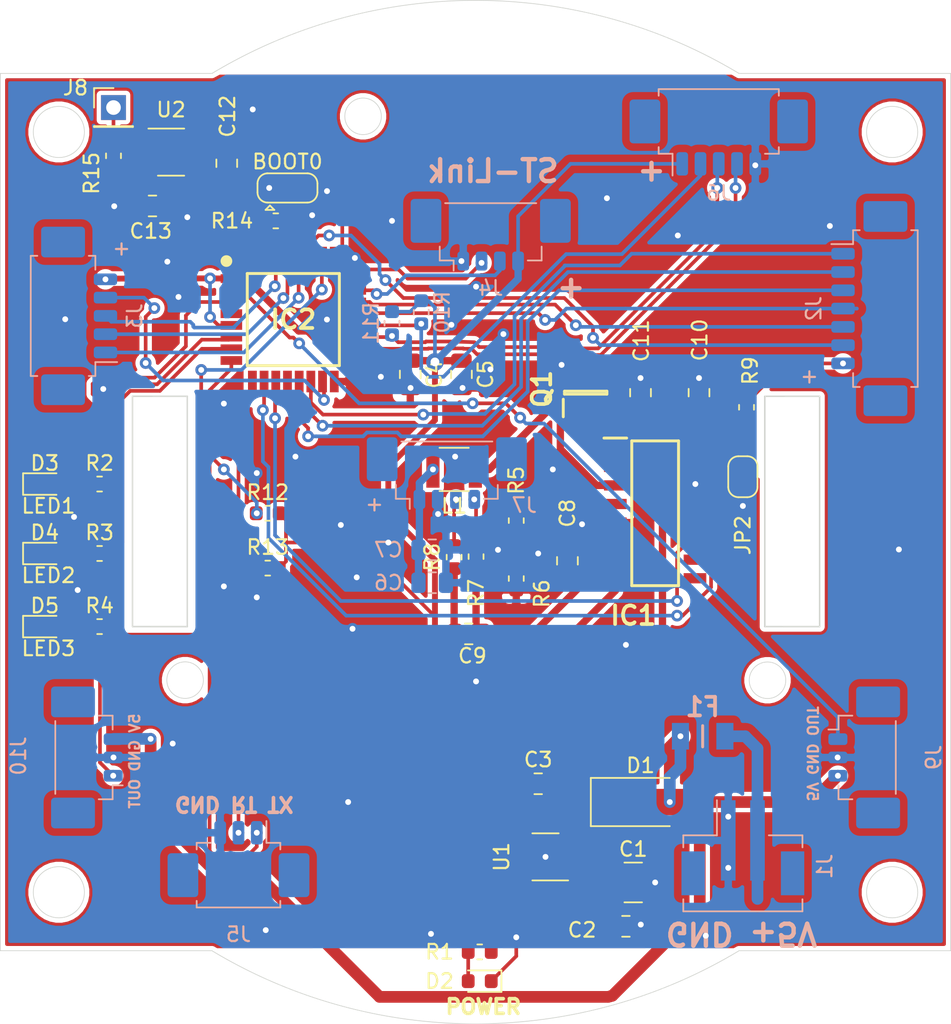
<source format=kicad_pcb>
(kicad_pcb (version 20171130) (host pcbnew "(5.1.5)-3")
  (layers (0 F.Cu signal) (31 B.Cu signal) (34 B.Paste user hide) (35 F.Paste user hide) (36 B.SilkS user) (37 F.SilkS user) (38 B.Mask user hide) (39 F.Mask user hide) (44 Edge.Cuts user))
  (net 0 "")
  (net 1 GND)
  (net 2 +3V3)
  (net 3 "Net-(D2-Pad2)")
  (net 4 "Net-(D3-Pad2)")
  (net 5 "Net-(D4-Pad2)")
  (net 6 "Net-(D5-Pad2)")
  (net 7 UART_TX)
  (net 8 UART_RX)
  (net 9 I2C_SCL)
  (net 10 I2C_SDA)
  (net 11 SWCLK)
  (net 12 SWDIO)
  (net 13 E+)
  (net 14 GPIO_LED_1)
  (net 15 GPIO_LED_2)
  (net 16 SW_SELECT_UP)
  (net 17 SW_VoiceAssistant)
  (net 18 IRQ)
  (net 19 SW_SELECT)
  (net 20 SW_SELECT_DOWN)
  (net 21 SW_HOME)
  (net 22 GPIO_LED_3)
  (net 23 SW_SOS)
  (net 24 INA-)
  (net 25 INA+)
  (net 26 "Net-(C1-Pad1)")
  (net 27 "Net-(C8-Pad2)")
  (net 28 "Net-(C9-Pad2)")
  (net 29 "Net-(C9-Pad1)")
  (net 30 "Net-(IC1-Pad2)")
  (net 31 "Net-(IC1-Pad3)")
  (net 32 "Net-(IC1-Pad4)")
  (net 33 PD_SCK)
  (net 34 DOUT)
  (net 35 "Net-(IC1-Pad15)")
  (net 36 "Net-(IC2-Pad31)")
  (net 37 SW_L_UP)
  (net 38 SW_L_DOWN)
  (net 39 SW_R_DOWN)
  (net 40 SW_R_UP)
  (net 41 "Net-(F1-Pad2)")
  (net 42 "Net-(JP1-Pad2)")
  (net 43 "Net-(C13-Pad2)")
  (net 44 "Net-(C13-Pad1)")
  (net 45 +5V)
  (net 46 M_1)
  (net 47 M_2)
  (net 48 TOUCH_1)
  (net 49 "Net-(J8-Pad1)")
  (module Connector_Molex:Molex_PicoBlade_53261-0771_1x07-1MP_P1.25mm_Horizontal (layer B.Cu) (at 96.75 109 270)
    (fp_text reference J2 (at 0 4.4 90) (layer B.SilkS) (effects (justify mirror)))
    (fp_text value To_LeftPanel)
    (pad 1 smd roundrect (at -3.75 2.4 270) (size 0.8 1.6) (layers B.Cu B.Paste B.Mask) (net 38 SW_L_DOWN))
    (pad 2 smd roundrect (at -2.5 2.4 270) (size 0.8 1.6) (layers B.Cu B.Paste B.Mask) (net 37 SW_L_UP))
    (pad 3 smd roundrect (at -1.25 2.4 270) (size 0.8 1.6) (layers B.Cu B.Paste B.Mask) (net 16 SW_SELECT_UP))
    (pad 4 smd roundrect (at 0 2.4 270) (size 0.8 1.6) (layers B.Cu B.Paste B.Mask) (net 19 SW_SELECT))
    (pad 5 smd roundrect (at 1.25 2.4 270) (size 0.8 1.6) (layers B.Cu B.Paste B.Mask) (net 20 SW_SELECT_DOWN))
    (pad 6 smd roundrect (at 2.5 2.4 270) (size 0.8 1.6) (layers B.Cu B.Paste B.Mask) (net 21 SW_HOME))
    (pad 7 smd roundrect (at 3.75 2.4 270) (size 0.8 1.6) (layers B.Cu B.Paste B.Mask) (net 2 +3V3))
    (pad MP smd roundrect (at -6.3 -0.5 270) (size 2.1 3) (layers B.Cu B.Paste B.Mask) (roundrect_rratio 0.119048))
    (pad MP smd roundrect (at 6.3 -0.5 270) (size 2.1 3) (layers B.Cu B.Paste B.Mask) (roundrect_rratio 0.119048))
  )
  (module Resistor_SMD:R_0603_1608Metric (layer F.Cu) (at 55.55 103)
    (fp_text reference R14 (at -3 0) (layer F.SilkS))
    (fp_text value 10K)
    (pad 1 smd roundrect (at -0.7875 0) (size 0.875 0.95) (layers F.Cu F.Paste F.Mask) (net 36 "Net-(IC2-Pad31)"))
    (pad 2 smd roundrect (at 0.7875 0) (size 0.875 0.95) (layers F.Cu F.Paste F.Mask) (net 42 "Net-(JP1-Pad2)"))
  )
  (module Resistor_SMD:R_0603_1608Metric (layer F.Cu) (at 69.25 125.9625 90)
    (fp_text reference R7 (at -2.5 0 90) (layer F.SilkS))
    (fp_text value 100R)
    (pad 1 smd roundrect (at -0.7875 0 90) (size 0.875 0.95) (layers F.Cu F.Paste F.Mask) (net 28 "Net-(C9-Pad2)"))
    (pad 2 smd roundrect (at 0.7875 0 90) (size 0.875 0.95) (layers F.Cu F.Paste F.Mask) (net 24 INA-))
  )
  (module LED_SMD:LED_0603_1608Metric (layer F.Cu) (at 69.5 155 180)
    (fp_text reference D2 (at 2.75 0) (layer F.SilkS))
    (fp_text value POWER_LED)
    (pad 1 smd roundrect (at -0.7875 0 180) (size 0.875 0.95) (layers F.Cu F.Paste F.Mask) (net 1 GND))
    (pad 2 smd roundrect (at 0.7875 0 180) (size 0.875 0.95) (layers F.Cu F.Paste F.Mask) (net 3 "Net-(D2-Pad2)"))
  )
  (module Resistor_SMD:R_0603_1608Metric (layer F.Cu) (at 69.5 153)
    (fp_text reference R1 (at -2.75 0) (layer F.SilkS))
    (fp_text value 470R)
    (pad 2 smd roundrect (at 0.7875 0) (size 0.875 0.95) (layers F.Cu F.Paste F.Mask) (net 2 +3V3))
    (pad 1 smd roundrect (at -0.7875 0) (size 0.875 0.95) (layers F.Cu F.Paste F.Mask) (net 3 "Net-(D2-Pad2)"))
  )
  (module LED_SMD:LED_0603_1608Metric (layer F.Cu) (at 39.75 121)
    (fp_text reference D3 (at 0 -1.43) (layer F.SilkS))
    (fp_text value LED_1)
    (pad 2 smd roundrect (at 0.7875 0) (size 0.875 0.95) (layers F.Cu F.Paste F.Mask) (net 4 "Net-(D3-Pad2)"))
    (pad 1 smd roundrect (at -0.7875 0) (size 0.875 0.95) (layers F.Cu F.Paste F.Mask) (net 1 GND))
  )
  (module LED_SMD:LED_0603_1608Metric (layer F.Cu) (at 39.75 125.75)
    (fp_text reference D4 (at 0 -1.43) (layer F.SilkS))
    (fp_text value LED_2)
    (pad 2 smd roundrect (at 0.7875 0) (size 0.875 0.95) (layers F.Cu F.Paste F.Mask) (net 5 "Net-(D4-Pad2)"))
    (pad 1 smd roundrect (at -0.7875 0) (size 0.875 0.95) (layers F.Cu F.Paste F.Mask) (net 1 GND))
  )
  (module LED_SMD:LED_0603_1608Metric (layer F.Cu) (at 39.75 130.75)
    (fp_text reference D5 (at 0 -1.43) (layer F.SilkS))
    (fp_text value LED_3)
    (pad 1 smd roundrect (at -0.7875 0) (size 0.875 0.95) (layers F.Cu F.Paste F.Mask) (net 1 GND))
    (pad 2 smd roundrect (at 0.7875 0) (size 0.875 0.95) (layers F.Cu F.Paste F.Mask) (net 6 "Net-(D5-Pad2)"))
  )
  (module Resistor_SMD:R_0603_1608Metric (layer F.Cu) (at 43.5 121)
    (fp_text reference R2 (at 0 -1.43) (layer F.SilkS))
    (fp_text value 470R)
    (pad 2 smd roundrect (at 0.7875 0) (size 0.875 0.95) (layers F.Cu F.Paste F.Mask) (net 14 GPIO_LED_1))
    (pad 1 smd roundrect (at -0.7875 0) (size 0.875 0.95) (layers F.Cu F.Paste F.Mask) (net 4 "Net-(D3-Pad2)"))
  )
  (module Resistor_SMD:R_0603_1608Metric (layer F.Cu) (at 43.5 125.75)
    (fp_text reference R3 (at 0 -1.43) (layer F.SilkS))
    (fp_text value 470R)
    (pad 1 smd roundrect (at -0.7875 0) (size 0.875 0.95) (layers F.Cu F.Paste F.Mask) (net 5 "Net-(D4-Pad2)"))
    (pad 2 smd roundrect (at 0.7875 0) (size 0.875 0.95) (layers F.Cu F.Paste F.Mask) (net 15 GPIO_LED_2))
  )
  (module Resistor_SMD:R_0603_1608Metric (layer F.Cu) (at 43.5 130.75)
    (fp_text reference R4 (at 0 -1.43) (layer F.SilkS))
    (fp_text value 470R)
    (pad 1 smd roundrect (at -0.7875 0) (size 0.875 0.95) (layers F.Cu F.Paste F.Mask) (net 6 "Net-(D5-Pad2)"))
    (pad 2 smd roundrect (at 0.7875 0) (size 0.875 0.95) (layers F.Cu F.Paste F.Mask) (net 22 GPIO_LED_3))
  )
  (module Capacitor_SMD:C_1210_3225Metric (layer F.Cu) (at 80 148.25)
    (fp_text reference C1 (at 0 -2.28) (layer F.SilkS))
    (fp_text value 22uF/16V)
    (pad 1 smd roundrect (at -1.4 0) (size 1.25 2.65) (layers F.Cu F.Paste F.Mask) (roundrect_rratio 0.2) (net 26 "Net-(C1-Pad1)"))
    (pad 2 smd roundrect (at 1.4 0) (size 1.25 2.65) (layers F.Cu F.Paste F.Mask) (roundrect_rratio 0.2) (net 1 GND))
  )
  (module Capacitor_SMD:C_0805_2012Metric (layer F.Cu) (at 79.5 151.25)
    (fp_text reference C2 (at -3 0.25) (layer F.SilkS))
    (fp_text value 0.1uf/16V)
    (pad 2 smd roundrect (at 0.9375 0) (size 0.975 1.4) (layers F.Cu F.Paste F.Mask) (net 1 GND))
    (pad 1 smd roundrect (at -0.9375 0) (size 0.975 1.4) (layers F.Cu F.Paste F.Mask) (net 26 "Net-(C1-Pad1)"))
  )
  (module Capacitor_SMD:C_0805_2012Metric (layer F.Cu) (at 73.5 141.5)
    (fp_text reference C3 (at 0 -1.65) (layer F.SilkS))
    (fp_text value 10uF)
    (pad 1 smd roundrect (at -0.9375 0) (size 0.975 1.4) (layers F.Cu F.Paste F.Mask) (net 2 +3V3))
    (pad 2 smd roundrect (at 0.9375 0) (size 0.975 1.4) (layers F.Cu F.Paste F.Mask) (net 1 GND))
  )
  (module Capacitor_SMD:C_0805_2012Metric (layer F.Cu) (at 64.75 113.5 270)
    (fp_text reference C4 (at 0 -1.65 90) (layer F.SilkS))
    (fp_text value 1uF)
    (pad 2 smd roundrect (at 0.9375 0 270) (size 0.975 1.4) (layers F.Cu F.Paste F.Mask) (net 1 GND))
    (pad 1 smd roundrect (at -0.9375 0 270) (size 0.975 1.4) (layers F.Cu F.Paste F.Mask) (net 2 +3V3))
  )
  (module Capacitor_SMD:C_0805_2012Metric (layer F.Cu) (at 68.25 113.5 270)
    (fp_text reference C5 (at 0 -1.65 90) (layer F.SilkS))
    (fp_text value 0.1uf)
    (pad 1 smd roundrect (at -0.9375 0 270) (size 0.975 1.4) (layers F.Cu F.Paste F.Mask) (net 2 +3V3))
    (pad 2 smd roundrect (at 0.9375 0 270) (size 0.975 1.4) (layers F.Cu F.Paste F.Mask) (net 1 GND))
  )
  (module Capacitor_SMD:C_0805_2012Metric (layer B.Cu) (at 66.25 127.75 180)
    (fp_text reference C6 (at 3 0) (layer B.SilkS) (effects (justify mirror)))
    (fp_text value 0.1uf)
    (pad 2 smd roundrect (at 0.9375 0 180) (size 0.975 1.4) (layers B.Cu B.Paste B.Mask) (net 13 E+))
    (pad 1 smd roundrect (at -0.9375 0 180) (size 0.975 1.4) (layers B.Cu B.Paste B.Mask) (net 1 GND))
  )
  (module Capacitor_SMD:C_0805_2012Metric (layer B.Cu) (at 66.25 125.5 180)
    (fp_text reference C7 (at 3 0) (layer B.SilkS) (effects (justify mirror)))
    (fp_text value 10uf)
    (pad 1 smd roundrect (at -0.9375 0 180) (size 0.975 1.4) (layers B.Cu B.Paste B.Mask) (net 1 GND))
    (pad 2 smd roundrect (at 0.9375 0 180) (size 0.975 1.4) (layers B.Cu B.Paste B.Mask) (net 13 E+))
  )
  (module Capacitor_SMD:C_0805_2012Metric (layer F.Cu) (at 75.5 126.25 90)
    (fp_text reference C8 (at 3.25 0 90) (layer F.SilkS))
    (fp_text value 0.1uf)
    (pad 1 smd roundrect (at -0.9375 0 90) (size 0.975 1.4) (layers F.Cu F.Paste F.Mask) (net 1 GND))
    (pad 2 smd roundrect (at 0.9375 0 90) (size 0.975 1.4) (layers F.Cu F.Paste F.Mask) (net 27 "Net-(C8-Pad2)"))
  )
  (module Capacitor_SMD:C_0805_2012Metric (layer F.Cu) (at 68.75 131.25)
    (fp_text reference C9 (at 0.25 1.5) (layer F.SilkS))
    (fp_text value 0.1uf)
    (pad 2 smd roundrect (at 0.9375 0) (size 0.975 1.4) (layers F.Cu F.Paste F.Mask) (net 28 "Net-(C9-Pad2)"))
    (pad 1 smd roundrect (at -0.9375 0) (size 0.975 1.4) (layers F.Cu F.Paste F.Mask) (net 29 "Net-(C9-Pad1)"))
  )
  (module Capacitor_SMD:C_0805_2012Metric (layer F.Cu) (at 84.5 114.75 270)
    (fp_text reference C10 (at -3.6 -0.05 90) (layer F.SilkS))
    (fp_text value 0.1uf)
    (pad 1 smd roundrect (at -0.9375 0 270) (size 0.975 1.4) (layers F.Cu F.Paste F.Mask) (net 1 GND))
    (pad 2 smd roundrect (at 0.9375 0 270) (size 0.975 1.4) (layers F.Cu F.Paste F.Mask) (net 2 +3V3))
  )
  (module Capacitor_SMD:C_0805_2012Metric (layer F.Cu) (at 80.5 114.75 270)
    (fp_text reference C11 (at -3.55 -0.05 90) (layer F.SilkS))
    (fp_text value 10uf)
    (pad 2 smd roundrect (at 0.9375 0 270) (size 0.975 1.4) (layers F.Cu F.Paste F.Mask) (net 2 +3V3))
    (pad 1 smd roundrect (at -0.9375 0 270) (size 0.975 1.4) (layers F.Cu F.Paste F.Mask) (net 1 GND))
  )
  (module Diodes_SMD:D_SMA (layer F.Cu) (at 80.5 142.75)
    (fp_text reference D1 (at 0 -2.5) (layer F.SilkS))
    (fp_text value B320A)
    (pad 2 smd rect (at 2 0) (size 2.5 1.8) (layers F.Cu F.Paste F.Mask) (net 45 +5V))
    (pad 1 smd rect (at -2 0) (size 2.5 1.8) (layers F.Cu F.Paste F.Mask) (net 26 "Net-(C1-Pad1)"))
  )
  (module SamacSys_Parts:SOIC127P600X160-16N (layer F.Cu) (at 81.5 123)
    (fp_text reference IC1 (at -1.5 7 180) (layer F.SilkS) (effects (font (size 1.27 1.27) (thickness 0.254))))
    (fp_text value HX711 hide)
    (pad 1 smd rect (at -2.725 -4.445 90) (size 0.7 1.55) (layers F.Cu F.Paste F.Mask) (net 2 +3V3))
    (pad 2 smd rect (at -2.725 -3.175 90) (size 0.7 1.55) (layers F.Cu F.Paste F.Mask) (net 30 "Net-(IC1-Pad2)"))
    (pad 3 smd rect (at -2.725 -1.905 90) (size 0.7 1.55) (layers F.Cu F.Paste F.Mask) (net 31 "Net-(IC1-Pad3)"))
    (pad 4 smd rect (at -2.725 -0.635 90) (size 0.7 1.55) (layers F.Cu F.Paste F.Mask) (net 32 "Net-(IC1-Pad4)"))
    (pad 5 smd rect (at -2.725 0.635 90) (size 0.7 1.55) (layers F.Cu F.Paste F.Mask) (net 1 GND))
    (pad 6 smd rect (at -2.725 1.905 90) (size 0.7 1.55) (layers F.Cu F.Paste F.Mask) (net 27 "Net-(C8-Pad2)"))
    (pad 7 smd rect (at -2.725 3.175 90) (size 0.7 1.55) (layers F.Cu F.Paste F.Mask) (net 28 "Net-(C9-Pad2)"))
    (pad 8 smd rect (at -2.725 4.445 90) (size 0.7 1.55) (layers F.Cu F.Paste F.Mask) (net 29 "Net-(C9-Pad1)"))
    (pad 9 smd rect (at 2.725 4.445 90) (size 0.7 1.55) (layers F.Cu F.Paste F.Mask))
    (pad 10 smd rect (at 2.725 3.175 90) (size 0.7 1.55) (layers F.Cu F.Paste F.Mask))
    (pad 11 smd rect (at 2.725 1.905 90) (size 0.7 1.55) (layers F.Cu F.Paste F.Mask) (net 33 PD_SCK))
    (pad 12 smd rect (at 2.725 0.635 90) (size 0.7 1.55) (layers F.Cu F.Paste F.Mask) (net 34 DOUT))
    (pad 13 smd rect (at 2.725 -0.635 90) (size 0.7 1.55) (layers F.Cu F.Paste F.Mask))
    (pad 14 smd rect (at 2.725 -1.905 90) (size 0.7 1.55) (layers F.Cu F.Paste F.Mask) (net 1 GND))
    (pad 15 smd rect (at 2.725 -3.175 90) (size 0.7 1.55) (layers F.Cu F.Paste F.Mask) (net 35 "Net-(IC1-Pad15)"))
    (pad 16 smd rect (at 2.725 -4.445 90) (size 0.7 1.55) (layers F.Cu F.Paste F.Mask) (net 2 +3V3))
  )
  (module SamacSys_Parts:QFP80P900X900X160-32N (layer F.Cu) (at 56.75 109.75)
    (fp_text reference IC2 (at 0 0) (layer F.SilkS) (effects (font (size 1.27 1.27) (thickness 0.254))))
    (fp_text value STM32F031K6T6 hide)
    (pad 1 smd rect (at -4.238 -2.8 90) (size 0.6 1.475) (layers F.Cu F.Paste F.Mask) (net 2 +3V3))
    (pad 2 smd rect (at -4.238 -2 90) (size 0.6 1.475) (layers F.Cu F.Paste F.Mask) (net 46 M_1))
    (pad 3 smd rect (at -4.238 -1.2 90) (size 0.6 1.475) (layers F.Cu F.Paste F.Mask) (net 47 M_2))
    (pad 4 smd rect (at -4.238 -0.4 90) (size 0.6 1.475) (layers F.Cu F.Paste F.Mask))
    (pad 5 smd rect (at -4.238 0.4 90) (size 0.6 1.475) (layers F.Cu F.Paste F.Mask) (net 2 +3V3))
    (pad 6 smd rect (at -4.238 1.2 90) (size 0.6 1.475) (layers F.Cu F.Paste F.Mask) (net 14 GPIO_LED_1))
    (pad 7 smd rect (at -4.238 2 90) (size 0.6 1.475) (layers F.Cu F.Paste F.Mask) (net 15 GPIO_LED_2))
    (pad 8 smd rect (at -4.238 2.8 90) (size 0.6 1.475) (layers F.Cu F.Paste F.Mask) (net 7 UART_TX))
    (pad 9 smd rect (at -2.8 4.238) (size 0.6 1.475) (layers F.Cu F.Paste F.Mask) (net 8 UART_RX))
    (pad 10 smd rect (at -2 4.238) (size 0.6 1.475) (layers F.Cu F.Paste F.Mask) (net 34 DOUT))
    (pad 11 smd rect (at -1.2 4.238) (size 0.6 1.475) (layers F.Cu F.Paste F.Mask) (net 33 PD_SCK))
    (pad 12 smd rect (at -0.4 4.238) (size 0.6 1.475) (layers F.Cu F.Paste F.Mask) (net 16 SW_SELECT_UP))
    (pad 13 smd rect (at 0.4 4.238) (size 0.6 1.475) (layers F.Cu F.Paste F.Mask) (net 37 SW_L_UP))
    (pad 14 smd rect (at 1.2 4.238) (size 0.6 1.475) (layers F.Cu F.Paste F.Mask) (net 38 SW_L_DOWN))
    (pad 15 smd rect (at 2 4.238) (size 0.6 1.475) (layers F.Cu F.Paste F.Mask) (net 17 SW_VoiceAssistant))
    (pad 16 smd rect (at 2.8 4.238) (size 0.6 1.475) (layers F.Cu F.Paste F.Mask) (net 1 GND))
    (pad 17 smd rect (at 4.238 2.8 90) (size 0.6 1.475) (layers F.Cu F.Paste F.Mask) (net 2 +3V3))
    (pad 18 smd rect (at 4.238 2 90) (size 0.6 1.475) (layers F.Cu F.Paste F.Mask) (net 18 IRQ))
    (pad 19 smd rect (at 4.238 1.2 90) (size 0.6 1.475) (layers F.Cu F.Paste F.Mask) (net 9 I2C_SCL))
    (pad 20 smd rect (at 4.238 0.4 90) (size 0.6 1.475) (layers F.Cu F.Paste F.Mask) (net 10 I2C_SDA))
    (pad 21 smd rect (at 4.238 -0.4 90) (size 0.6 1.475) (layers F.Cu F.Paste F.Mask) (net 19 SW_SELECT))
    (pad 22 smd rect (at 4.238 -1.2 90) (size 0.6 1.475) (layers F.Cu F.Paste F.Mask) (net 20 SW_SELECT_DOWN))
    (pad 23 smd rect (at 4.238 -2 90) (size 0.6 1.475) (layers F.Cu F.Paste F.Mask) (net 12 SWDIO))
    (pad 24 smd rect (at 4.238 -2.8 90) (size 0.6 1.475) (layers F.Cu F.Paste F.Mask) (net 11 SWCLK))
    (pad 25 smd rect (at 2.8 -4.238) (size 0.6 1.475) (layers F.Cu F.Paste F.Mask) (net 48 TOUCH_1))
    (pad 26 smd rect (at 2 -4.238) (size 0.6 1.475) (layers F.Cu F.Paste F.Mask) (net 22 GPIO_LED_3))
    (pad 27 smd rect (at 1.2 -4.238) (size 0.6 1.475) (layers F.Cu F.Paste F.Mask) (net 21 SW_HOME))
    (pad 28 smd rect (at 0.4 -4.238) (size 0.6 1.475) (layers F.Cu F.Paste F.Mask) (net 39 SW_R_DOWN))
    (pad 29 smd rect (at -0.4 -4.238) (size 0.6 1.475) (layers F.Cu F.Paste F.Mask) (net 40 SW_R_UP))
    (pad 30 smd rect (at -1.2 -4.238) (size 0.6 1.475) (layers F.Cu F.Paste F.Mask) (net 23 SW_SOS))
    (pad 31 smd rect (at -2 -4.238) (size 0.6 1.475) (layers F.Cu F.Paste F.Mask) (net 36 "Net-(IC2-Pad31)"))
    (pad 32 smd rect (at -2.8 -4.238) (size 0.6 1.475) (layers F.Cu F.Paste F.Mask) (net 1 GND))
  )
  (module Jumper:SolderJumper-3_P1.3mm_Open_RoundedPad1.0x1.5mm (layer F.Cu) (at 56.35 100.75)
    (fp_text reference BOOT0 (at 0 -1.8) (layer F.SilkS))
    (fp_text value "BOOT 0")
    (pad 1 smd custom (at -1.3 0) (size 1 0.5) (layers F.Cu F.Mask) (net 1 GND) (options (clearance outline) (anchor rect)) (primitives (gr_circle (center 0 0.25) (end 0.5 0.25) (width 0)) (gr_circle (center 0 -0.25) (end 0.5 -0.25) (width 0)) (gr_poly (pts (xy 0.55 -0.75) (xy 0 -0.75) (xy 0 0.75) (xy 0.55 0.75)) (width 0))))
    (pad 3 smd custom (at 1.3 0) (size 1 0.5) (layers F.Cu F.Mask) (net 2 +3V3) (options (clearance outline) (anchor rect)) (primitives (gr_circle (center 0 0.25) (end 0.5 0.25) (width 0)) (gr_circle (center 0 -0.25) (end 0.5 -0.25) (width 0)) (gr_poly (pts (xy -0.55 -0.75) (xy 0 -0.75) (xy 0 0.75) (xy -0.55 0.75)) (width 0))))
    (pad 2 smd rect (at 0 0) (size 1 1.5) (layers F.Cu F.Mask) (net 42 "Net-(JP1-Pad2)"))
  )
  (module Jumper:SolderJumper-2_P1.3mm_Bridged_RoundedPad1.0x1.5mm (layer F.Cu) (at 87.5 120.5 270)
    (fp_text reference JP2 (at 4 0 270) (layer F.SilkS))
    (fp_text value "Closed: Data rate 10SPS")
    (fp_poly (pts (xy 0.25 -0.3) (xy -0.25 -0.3) (xy -0.25 0.3) (xy 0.25 0.3)) (layer F.Cu) (width 0))
    (pad 2 smd custom (at 0.65 0 270) (size 1 0.5) (layers F.Cu F.Mask) (net 1 GND) (options (clearance outline) (anchor rect)) (primitives (gr_circle (center 0 0.25) (end 0.5 0.25) (width 0)) (gr_circle (center 0 -0.25) (end 0.5 -0.25) (width 0)) (gr_poly (pts (xy 0 -0.75) (xy -0.5 -0.75) (xy -0.5 0.75) (xy 0 0.75)) (width 0))))
    (pad 1 smd custom (at -0.65 0 270) (size 1 0.5) (layers F.Cu F.Mask) (net 35 "Net-(IC1-Pad15)") (options (clearance outline) (anchor rect)) (primitives (gr_circle (center 0 0.25) (end 0.5 0.25) (width 0)) (gr_circle (center 0 -0.25) (end 0.5 -0.25) (width 0)) (gr_poly (pts (xy 0 -0.75) (xy 0.5 -0.75) (xy 0.5 0.75) (xy 0 0.75)) (width 0))))
  )
  (module Inductors_SMD:L_1210 (layer F.Cu) (at 67.75 120)
    (fp_text reference L1 (at 0 2.5) (layer F.SilkS))
    (fp_text value 3.3uH)
    (pad 2 smd rect (at 1.45 0) (size 0.9 2.5) (layers F.Cu F.Paste F.Mask) (net 31 "Net-(IC1-Pad3)"))
    (pad 1 smd rect (at -1.45 0) (size 0.9 2.5) (layers F.Cu F.Paste F.Mask) (net 13 E+))
  )
  (module SamacSys_Parts:SOT96P240X120-3N (layer F.Cu) (at 76.75 114.75 90)
    (fp_text reference Q1 (at 0.25 -3 90) (layer F.SilkS) (effects (font (size 1.27 1.27) (thickness 0.254))))
    (fp_text value MMBT4403-7-F hide)
    (pad 1 smd rect (at -1.05 -0.96 180) (size 0.65 1.2) (layers F.Cu F.Paste F.Mask) (net 30 "Net-(IC1-Pad2)"))
    (pad 2 smd rect (at -1.05 0.96 180) (size 0.65 1.2) (layers F.Cu F.Paste F.Mask) (net 2 +3V3))
    (pad 3 smd rect (at 1.05 0 180) (size 0.65 1.2) (layers F.Cu F.Paste F.Mask) (net 31 "Net-(IC1-Pad3)"))
  )
  (module Resistor_SMD:R_0603_1608Metric (layer F.Cu) (at 72 123.5 90)
    (fp_text reference R5 (at 2.75 0 90) (layer F.SilkS))
    (fp_text value 8.2K)
    (pad 1 smd roundrect (at -0.7875 0 90) (size 0.875 0.95) (layers F.Cu F.Paste F.Mask) (net 32 "Net-(IC1-Pad4)"))
    (pad 2 smd roundrect (at 0.7875 0 90) (size 0.875 0.95) (layers F.Cu F.Paste F.Mask) (net 31 "Net-(IC1-Pad3)"))
  )
  (module Resistor_SMD:R_0603_1608Metric (layer F.Cu) (at 72 127.4625 90)
    (fp_text reference R6 (at -1.0375 1.75 90) (layer F.SilkS))
    (fp_text value 8.2K)
    (pad 2 smd roundrect (at 0.7875 0 90) (size 0.875 0.95) (layers F.Cu F.Paste F.Mask) (net 32 "Net-(IC1-Pad4)"))
    (pad 1 smd roundrect (at -0.7875 0 90) (size 0.875 0.95) (layers F.Cu F.Paste F.Mask) (net 1 GND))
  )
  (module Resistor_SMD:R_0603_1608Metric (layer F.Cu) (at 67.75 126 90)
    (fp_text reference R8 (at 0 -1.5 90) (layer F.SilkS))
    (fp_text value 100R)
    (pad 2 smd roundrect (at 0.7875 0 90) (size 0.875 0.95) (layers F.Cu F.Paste F.Mask) (net 25 INA+))
    (pad 1 smd roundrect (at -0.7875 0 90) (size 0.875 0.95) (layers F.Cu F.Paste F.Mask) (net 29 "Net-(C9-Pad1)"))
  )
  (module Resistor_SMD:R_0603_1608Metric (layer F.Cu) (at 87.75 115.75 90)
    (fp_text reference R9 (at 2.5 0.25 90) (layer F.SilkS))
    (fp_text value 10K)
    (pad 1 smd roundrect (at -0.7875 0 90) (size 0.875 0.95) (layers F.Cu F.Paste F.Mask) (net 35 "Net-(IC1-Pad15)"))
    (pad 2 smd roundrect (at 0.7875 0 90) (size 0.875 0.95) (layers F.Cu F.Paste F.Mask) (net 2 +3V3))
  )
  (module TO_SOT_Packages_SMD:SOT-23-5 (layer F.Cu) (at 74 146.5 180)
    (fp_text reference U1 (at 3 0 90) (layer F.SilkS))
    (fp_text value TLV70233_SOT23-5)
    (pad 5 smd rect (at 1.1 -0.95 180) (size 1.06 0.65) (layers F.Cu F.Paste F.Mask) (net 2 +3V3))
    (pad 4 smd rect (at 1.1 0.95 180) (size 1.06 0.65) (layers F.Cu F.Paste F.Mask))
    (pad 3 smd rect (at -1.1 0.95 180) (size 1.06 0.65) (layers F.Cu F.Paste F.Mask) (net 26 "Net-(C1-Pad1)"))
    (pad 2 smd rect (at -1.1 0 180) (size 1.06 0.65) (layers F.Cu F.Paste F.Mask) (net 1 GND))
    (pad 1 smd rect (at -1.1 -0.95 180) (size 1.06 0.65) (layers F.Cu F.Paste F.Mask) (net 26 "Net-(C1-Pad1)"))
  )
  (module Resistor_SMD:R_0603_1608Metric (layer B.Cu) (at 65.5 109.25 90)
    (fp_text reference R10 (at 0 1.43 90) (layer B.SilkS) (effects (justify mirror)))
    (fp_text value 3.3K)
    (pad 2 smd roundrect (at 0.7875 0 90) (size 0.875 0.95) (layers B.Cu B.Paste B.Mask) (net 2 +3V3))
    (pad 1 smd roundrect (at -0.7875 0 90) (size 0.875 0.95) (layers B.Cu B.Paste B.Mask) (net 10 I2C_SDA))
  )
  (module Resistor_SMD:R_0603_1608Metric (layer B.Cu) (at 63.5 110 270)
    (fp_text reference R11 (at 0 1.43 90) (layer B.SilkS) (effects (justify mirror)))
    (fp_text value 3.3K)
    (pad 1 smd roundrect (at -0.7875 0 270) (size 0.875 0.95) (layers B.Cu B.Paste B.Mask) (net 2 +3V3))
    (pad 2 smd roundrect (at 0.7875 0 270) (size 0.875 0.95) (layers B.Cu B.Paste B.Mask) (net 9 I2C_SCL))
  )
  (module Resistor_SMD:R_0603_1608Metric (layer F.Cu) (at 55 123)
    (fp_text reference R12 (at 0 -1.43) (layer F.SilkS))
    (fp_text value 10K)
    (pad 1 smd roundrect (at -0.7875 0) (size 0.875 0.95) (layers F.Cu F.Paste F.Mask) (net 7 UART_TX))
    (pad 2 smd roundrect (at 0.7875 0) (size 0.875 0.95) (layers F.Cu F.Paste F.Mask) (net 2 +3V3))
  )
  (module Resistor_SMD:R_0603_1608Metric (layer F.Cu) (at 55 126.75)
    (fp_text reference R13 (at 0 -1.43) (layer F.SilkS))
    (fp_text value 10K)
    (pad 2 smd roundrect (at 0.7875 0) (size 0.875 0.95) (layers F.Cu F.Paste F.Mask) (net 2 +3V3))
    (pad 1 smd roundrect (at -0.7875 0) (size 0.875 0.95) (layers F.Cu F.Paste F.Mask) (net 8 UART_RX))
  )
  (module SamacSys_Parts:FUSC3216X55N (layer B.Cu) (at 84.75 138.25)
    (fp_text reference F1 (at 0 -2) (layer B.SilkS) (effects (font (size 1.27 1.27) (thickness 0.254)) (justify mirror)))
    (fp_text value 0.5A hide)
    (pad 1 smd rect (at -1.52 0) (size 1.17 1.82) (layers B.Cu B.Paste B.Mask) (net 45 +5V))
    (pad 2 smd rect (at 1.52 0) (size 1.17 1.82) (layers B.Cu B.Paste B.Mask) (net 41 "Net-(F1-Pad2)"))
  )
  (module Connector_Molex:Molex_PicoBlade_53261-0571_1x05-1MP_P1.25mm_Horizontal (layer B.Cu) (at 41.5 109.5 90)
    (fp_text reference J3 (at 0 4.4 90) (layer B.SilkS) (effects (justify mirror)))
    (fp_text value To_RightPanel)
    (pad 1 smd roundrect (at -2.5 2.4 90) (size 0.8 1.6) (layers B.Cu B.Paste B.Mask) (net 39 SW_R_DOWN))
    (pad 2 smd roundrect (at -1.25 2.4 90) (size 0.8 1.6) (layers B.Cu B.Paste B.Mask) (net 40 SW_R_UP))
    (pad 3 smd roundrect (at 0 2.4 90) (size 0.8 1.6) (layers B.Cu B.Paste B.Mask) (net 23 SW_SOS))
    (pad 4 smd roundrect (at 1.25 2.4 90) (size 0.8 1.6) (layers B.Cu B.Paste B.Mask) (net 17 SW_VoiceAssistant))
    (pad 5 smd roundrect (at 2.5 2.4 90) (size 0.8 1.6) (layers B.Cu B.Paste B.Mask) (net 2 +3V3))
    (pad MP smd roundrect (at -5.05 -0.5 90) (size 2.1 3) (layers B.Cu B.Paste B.Mask) (roundrect_rratio 0.119048))
    (pad MP smd roundrect (at 5.05 -0.5 90) (size 2.1 3) (layers B.Cu B.Paste B.Mask) (roundrect_rratio 0.119048))
  )
  (module Connector_Molex:Molex_PicoBlade_53398-0471_1x04-1MP_P1.25mm_Vertical (layer B.Cu) (at 70.25 104.5)
    (fp_text reference J4 (at 0 3.1) (layer B.SilkS) (effects (justify mirror)))
    (fp_text value ST-LINK)
    (pad 1 smd roundrect (at -1.875 1.25) (size 0.8 1.3) (layers B.Cu B.Paste B.Mask) (net 1 GND))
    (pad 2 smd roundrect (at -0.625 1.25) (size 0.8 1.3) (layers B.Cu B.Paste B.Mask) (net 11 SWCLK))
    (pad 3 smd roundrect (at 0.625 1.25) (size 0.8 1.3) (layers B.Cu B.Paste B.Mask) (net 12 SWDIO))
    (pad 4 smd roundrect (at 1.875 1.25) (size 0.8 1.3) (layers B.Cu B.Paste B.Mask) (net 2 +3V3))
    (pad MP smd roundrect (at -4.425 -1.5) (size 2.1 3) (layers B.Cu B.Paste B.Mask) (roundrect_rratio 0.119048))
    (pad MP smd roundrect (at 4.425 -1.5) (size 2.1 3) (layers B.Cu B.Paste B.Mask) (roundrect_rratio 0.119048))
  )
  (module Connector_Molex:Molex_PicoBlade_53261-0371_1x03-1MP_P1.25mm_Horizontal (layer B.Cu) (at 53 147.25 180)
    (fp_text reference J5 (at 0 -4.55) (layer B.SilkS) (effects (justify mirror)))
    (fp_text value UART_OUT)
    (pad 1 smd roundrect (at -1.25 2.4 180) (size 0.8 1.6) (layers B.Cu B.Paste B.Mask) (net 7 UART_TX))
    (pad 2 smd roundrect (at 0 2.4 180) (size 0.8 1.6) (layers B.Cu B.Paste B.Mask) (net 8 UART_RX))
    (pad 3 smd roundrect (at 1.25 2.4 180) (size 0.8 1.6) (layers B.Cu B.Paste B.Mask) (net 1 GND))
    (pad MP smd roundrect (at -3.8 -0.5 180) (size 2.1 3) (layers B.Cu B.Paste B.Mask) (roundrect_rratio 0.119048))
    (pad MP smd roundrect (at 3.8 -0.5 180) (size 2.1 3) (layers B.Cu B.Paste B.Mask) (roundrect_rratio 0.119048))
  )
  (module Connector_Molex:Molex_PicoBlade_53261-0571_1x05-1MP_P1.25mm_Horizontal (layer B.Cu) (at 85.85 96.7)
    (fp_text reference J6 (at 0 4.4) (layer B.SilkS) (effects (justify mirror)))
    (fp_text value MPR121_Touch)
    (pad MP smd roundrect (at 5.05 -0.5) (size 2.1 3) (layers B.Cu B.Paste B.Mask) (roundrect_rratio 0.119048))
    (pad MP smd roundrect (at -5.05 -0.5) (size 2.1 3) (layers B.Cu B.Paste B.Mask) (roundrect_rratio 0.119048))
    (pad 5 smd roundrect (at 2.5 2.4) (size 0.8 1.6) (layers B.Cu B.Paste B.Mask) (net 1 GND))
    (pad 4 smd roundrect (at 1.25 2.4) (size 0.8 1.6) (layers B.Cu B.Paste B.Mask) (net 18 IRQ))
    (pad 3 smd roundrect (at 0 2.4) (size 0.8 1.6) (layers B.Cu B.Paste B.Mask) (net 9 I2C_SCL))
    (pad 2 smd roundrect (at -1.25 2.4) (size 0.8 1.6) (layers B.Cu B.Paste B.Mask) (net 10 I2C_SDA))
    (pad 1 smd roundrect (at -2.5 2.4) (size 0.8 1.6) (layers B.Cu B.Paste B.Mask) (net 2 +3V3))
  )
  (module Capacitor_SMD:C_0805_2012Metric (layer F.Cu) (at 52.197 99.06 270)
    (fp_text reference C12 (at -3.21 -0.053 90) (layer F.SilkS))
    (fp_text value 0.1uf)
    (pad 1 smd roundrect (at -0.9375 0 270) (size 0.975 1.4) (layers F.Cu F.Paste F.Mask) (net 2 +3V3))
    (pad 2 smd roundrect (at 0.9375 0 270) (size 0.975 1.4) (layers F.Cu F.Paste F.Mask) (net 1 GND))
  )
  (module Capacitor_SMD:C_0805_2012Metric (layer F.Cu) (at 47.117 101.981)
    (fp_text reference C13 (at -0.117 1.719) (layer F.SilkS))
    (fp_text value 22pF)
    (pad 2 smd roundrect (at 0.9375 0) (size 0.975 1.4) (layers F.Cu F.Paste F.Mask) (net 43 "Net-(C13-Pad2)"))
    (pad 1 smd roundrect (at -0.9375 0) (size 0.975 1.4) (layers F.Cu F.Paste F.Mask) (net 44 "Net-(C13-Pad1)"))
  )
  (module Resistor_SMD:R_0603_1608Metric (layer F.Cu) (at 44.45 98.552 90)
    (fp_text reference R15 (at -1.198 -1.5 90) (layer F.SilkS))
    (fp_text value 10K)
    (pad 1 smd roundrect (at -0.7875 0 90) (size 0.875 0.95) (layers F.Cu F.Paste F.Mask) (net 44 "Net-(C13-Pad1)"))
    (pad 2 smd roundrect (at 0.7875 0 90) (size 0.875 0.95) (layers F.Cu F.Paste F.Mask) (net 49 "Net-(J8-Pad1)"))
  )
  (module Package_TO_SOT_SMD:SOT-23-6 (layer F.Cu) (at 48.387 98.298)
    (fp_text reference U2 (at 0 -2.9) (layer F.SilkS))
    (fp_text value AT42QT1010-TSHR)
    (pad 1 smd rect (at -1.1 -0.95) (size 1.06 0.65) (layers F.Cu F.Paste F.Mask) (net 48 TOUCH_1))
    (pad 2 smd rect (at -1.1 0) (size 1.06 0.65) (layers F.Cu F.Paste F.Mask) (net 1 GND))
    (pad 3 smd rect (at -1.1 0.95) (size 1.06 0.65) (layers F.Cu F.Paste F.Mask) (net 44 "Net-(C13-Pad1)"))
    (pad 4 smd rect (at 1.1 0.95) (size 1.06 0.65) (layers F.Cu F.Paste F.Mask) (net 43 "Net-(C13-Pad2)"))
    (pad 6 smd rect (at 1.1 -0.95) (size 1.06 0.65) (layers F.Cu F.Paste F.Mask))
    (pad 5 smd rect (at 1.1 0) (size 1.06 0.65) (layers F.Cu F.Paste F.Mask) (net 2 +3V3))
  )
  (module SamacSys_Parts:JST_PH_B2B-PH-SM4-TB_02x2.00mm_Straight (layer B.Cu) (at 87.5 146.5)
    (fp_text reference J1 (at 5.6 0.65 90) (layer B.SilkS) (effects (justify mirror)))
    (fp_text value "Power 5V")
    (pad "" smd rect (at 3.4 1.125) (size 1.6 3) (layers B.Cu B.Paste B.Mask))
    (pad "" smd rect (at -3.4 1.125) (size 1.6 3) (layers B.Cu B.Paste B.Mask))
    (pad 2 smd rect (at 1 -1.125) (size 1 5.5) (layers B.Cu B.Paste B.Mask) (net 41 "Net-(F1-Pad2)"))
    (pad 1 smd rect (at -1 -1.125) (size 1 5.5) (layers B.Cu B.Paste B.Mask) (net 1 GND))
  )
  (module Connector_Molex:Molex_PicoBlade_53398-0471_1x04-1MP_P1.25mm_Vertical (layer B.Cu) (at 67.25 120.8)
    (fp_text reference J7 (at 5.3 1.65) (layer B.SilkS) (effects (justify mirror)))
    (fp_text value Load_Cell)
    (pad 1 smd roundrect (at -1.875 1.25) (size 0.8 1.3) (layers B.Cu B.Paste B.Mask) (net 13 E+))
    (pad 2 smd roundrect (at -0.625 1.25) (size 0.8 1.3) (layers B.Cu B.Paste B.Mask) (net 1 GND))
    (pad 3 smd roundrect (at 0.625 1.25) (size 0.8 1.3) (layers B.Cu B.Paste B.Mask) (net 25 INA+))
    (pad 4 smd roundrect (at 1.875 1.25) (size 0.8 1.3) (layers B.Cu B.Paste B.Mask) (net 24 INA-))
    (pad MP smd roundrect (at -4.425 -1.5) (size 2.1 3) (layers B.Cu B.Paste B.Mask) (roundrect_rratio 0.119048))
    (pad MP smd roundrect (at 4.425 -1.5) (size 2.1 3) (layers B.Cu B.Paste B.Mask) (roundrect_rratio 0.119048))
  )
  (module Connector_Molex:Molex_PicoBlade_53398-0371_1x03-1MP_P1.25mm_Vertical (layer B.Cu) (at 95.25 139.7 270)
    (fp_text reference J9 (at 0 -5.3 90) (layer B.SilkS) (effects (justify mirror)))
    (fp_text value M1)
    (pad 1 smd roundrect (at -1.25 1.25 270) (size 0.8 1.3) (layers B.Cu B.Paste B.Mask) (net 46 M_1))
    (pad 2 smd roundrect (at 0 1.25 270) (size 0.8 1.3) (layers B.Cu B.Paste B.Mask) (net 1 GND))
    (pad 3 smd roundrect (at 1.25 1.25 270) (size 0.8 1.3) (layers B.Cu B.Paste B.Mask) (net 45 +5V))
    (pad MP smd roundrect (at -3.8 -1.5 270) (size 2.1 3) (layers B.Cu B.Paste B.Mask) (roundrect_rratio 0.119048))
    (pad MP smd roundrect (at 3.8 -1.5 270) (size 2.1 3) (layers B.Cu B.Paste B.Mask) (roundrect_rratio 0.119048))
  )
  (module Connector_Molex:Molex_PicoBlade_53398-0371_1x03-1MP_P1.25mm_Vertical (layer B.Cu) (at 43.18 139.7 90)
    (fp_text reference J10 (at 0.1 -5.23 90) (layer B.SilkS) (effects (justify mirror)))
    (fp_text value M2)
    (pad MP smd roundrect (at 3.8 -1.5 90) (size 2.1 3) (layers B.Cu B.Paste B.Mask) (roundrect_rratio 0.119048))
    (pad MP smd roundrect (at -3.8 -1.5 90) (size 2.1 3) (layers B.Cu B.Paste B.Mask) (roundrect_rratio 0.119048))
    (pad 3 smd roundrect (at 1.25 1.25 90) (size 0.8 1.3) (layers B.Cu B.Paste B.Mask) (net 45 +5V))
    (pad 2 smd roundrect (at 0 1.25 90) (size 0.8 1.3) (layers B.Cu B.Paste B.Mask) (net 1 GND))
    (pad 1 smd roundrect (at -1.25 1.25 90) (size 0.8 1.3) (layers B.Cu B.Paste B.Mask) (net 47 M_2))
  )
  (module Connector_PinHeader_2.54mm:PinHeader_1x01_P2.54mm_Vertical (layer F.Cu) (at 44.45 95.25)
    (fp_text reference J8 (at -2.6 -1.35) (layer F.SilkS))
    (fp_text value TouchPad)
    (pad 1 thru_hole rect (at 0 0) (size 1.7 1.7) (drill 1) (layers *.Cu *.Mask) (net 49 "Net-(J8-Pad1)"))
  )
  (gr_text + (at 92.05 113.6) (layer B.SilkS) (effects (font (size 1 1)) (justify mirror)))
  (gr_text + (at 45 104.85) (layer B.SilkS) (effects (font (size 1 1)) (justify mirror)))
  (gr_text "5V GND OUT" (at 45.9 139.95 90) (layer B.SilkS) (effects (font (size 0.7 0.7)) (justify mirror)))
  (gr_text "5V GND OUT" (at 92.25 139.45 270) (layer B.SilkS) (effects (font (size 0.7 0.7)) (justify mirror)))
  (gr_text + (at 62.3 122.35) (layer B.SilkS) (effects (font (size 1 1)) (justify mirror)))
  (gr_text ST-Link (at 70.4 99.6) (layer B.SilkS) (effects (font (size 1.5 1.5) (thickness 0.3)) (justify mirror)))
  (gr_text + (at 81.25 99.5) (layer B.SilkS) (effects (font (size 1.5 1.5) (thickness 0.3)) (justify mirror)))
  (gr_text + (at 75.75 107.5) (layer B.SilkS) (effects (font (size 1.5 1.5) (thickness 0.3)) (justify mirror)))
  (gr_text "GND RT TX" (at 52.7 142.9 180) (layer B.SilkS) (effects (font (size 1 1) (thickness 0.25)) (justify mirror)))
  (gr_text "GND +5V" (at 87.4 151.75 180) (layer B.SilkS) (effects (font (size 1.5 1.5) (thickness 0.3)) (justify mirror)))
  (gr_text POWER (at 69.75 156.75) (layer F.SilkS) (effects (font (size 1 1) (thickness 0.25))))
  (gr_line (start 92.75 115.000548) (end 89 115) (layer Edge.Cuts) (width 0.1))
  (gr_line (start 89 130.75) (end 92.75 130.750548) (layer Edge.Cuts) (width 0.1))
  (gr_line (start 89 115) (end 89 130.75) (layer Edge.Cuts) (width 0.1))
  (gr_line (start 92.75 115.000548) (end 92.75 130.750548) (layer Edge.Cuts) (width 0.1))
  (gr_line (start 45.75 115) (end 45.75 130.75) (layer Edge.Cuts) (width 0.1))
  (gr_line (start 49.5 115.000548) (end 49.5 130.750548) (layer Edge.Cuts) (width 0.1))
  (gr_arc (start 69.21192 122.919404) (end 87.239677 92.919404) (angle -62.00543827) (layer Edge.Cuts) (width 0.05))
  (gr_line (start 36.71192 152.919404) (end 36.71192 92.919404) (layer Edge.Cuts) (width 0.05))
  (gr_line (start 51.184164 92.919404) (end 36.71192 92.919404) (layer Edge.Cuts) (width 0.05))
  (gr_circle (center 40.71192 96.919404) (end 42.46192 96.919404) (layer Edge.Cuts) (width 0.05))
  (gr_line (start 45.75 130.75) (end 49.5 130.750548) (layer Edge.Cuts) (width 0.1))
  (gr_line (start 49.5 115.000548) (end 45.75 115) (layer Edge.Cuts) (width 0.1))
  (gr_circle (center 49.348085 134.411877) (end 50.598085 134.411877) (layer Edge.Cuts) (width 0.05))
  (gr_line (start 51.184164 152.919404) (end 36.71192 152.919404) (layer Edge.Cuts) (width 0.05))
  (gr_line (start 101.71192 152.919404) (end 101.71192 92.919404) (layer Edge.Cuts) (width 0.05))
  (gr_arc (start 69.21192 122.919404) (end 51.184164 152.919404) (angle -62.00543827) (layer Edge.Cuts) (width 0.05))
  (gr_circle (center 61.52151 95.850747) (end 62.77151 95.850747) (layer Edge.Cuts) (width 0.05))
  (gr_circle (center 40.71192 148.919404) (end 42.46192 148.919404) (layer Edge.Cuts) (width 0.05))
  (gr_line (start 101.71192 92.919404) (end 87.239677 92.919404) (layer Edge.Cuts) (width 0.05))
  (gr_text LED1 (at 40 122.5) (layer F.SilkS) (effects (font (size 1 1))))
  (gr_text LED2 (at 40 127.25) (layer F.SilkS) (effects (font (size 1 1))))
  (gr_text LED3 (at 40 132.25) (layer F.SilkS) (effects (font (size 1 1))))
  (gr_circle (center 89.185284 134.419961) (end 90.435284 134.419961) (layer Edge.Cuts) (width 0.05))
  (gr_circle (center 97.71192 148.919404) (end 99.46192 148.919404) (layer Edge.Cuts) (width 0.05))
  (gr_circle (center 97.71192 96.919404) (end 99.46192 96.919404) (layer Edge.Cuts) (width 0.05))
  (gr_line (start 101.71192 152.919404) (end 87.239677 152.919404) (layer Edge.Cuts) (width 0.05))
  (via (at 80.518 151.13) (size 0.8) (drill 0.4) (layers F.Cu B.Cu) (net 1))
  (via (at 64.77 114.427) (size 0.8) (drill 0.4) (layers F.Cu B.Cu) (net 1))
  (via (at 68.326 114.427) (size 0.8) (drill 0.4) (layers F.Cu B.Cu) (net 1))
  (via (at 93.98 139.7) (size 0.8) (drill 0.4) (layers F.Cu B.Cu) (net 1))
  (via (at 44.45 139.7) (size 0.8) (drill 0.4) (layers F.Cu B.Cu) (net 1))
  (via (at 68.25 105.75) (size 0.8) (drill 0.4) (layers F.Cu B.Cu) (net 1))
  (via (at 88.35 99.2) (size 0.8) (drill 0.4) (layers F.Cu B.Cu) (net 1))
  (via (at 86.5 147.25) (size 0.8) (drill 0.4) (layers F.Cu B.Cu) (net 1))
  (via (at 80.5 113.75) (size 0.8) (drill 0.4) (layers F.Cu B.Cu) (net 1))
  (via (at 84.5 113.75) (size 0.8) (drill 0.4) (layers F.Cu B.Cu) (net 1))
  (via (at 86.5 143.75) (size 0.8) (drill 0.4) (layers F.Cu B.Cu) (net 1))
  (via (at 81.5 148.25) (size 0.8) (drill 0.4) (layers F.Cu B.Cu) (net 1))
  (segment (start 70.2875 155) (end 72 153.2875) (width 0.25) (layer F.Cu) (net 1))
  (segment (start 72 153.2875) (end 72 152) (width 0.25) (layer F.Cu) (net 1))
  (via (at 72 152) (size 0.8) (drill 0.4) (layers F.Cu B.Cu) (net 1))
  (via (at 74 146.5) (size 0.8) (drill 0.4) (layers F.Cu B.Cu) (net 1))
  (segment (start 87.445 121.095) (end 87.5 121.15) (width 0.25) (layer F.Cu) (net 1))
  (segment (start 84.225 121.095) (end 87.445 121.095) (width 0.25) (layer F.Cu) (net 1))
  (via (at 76.5 123.75) (size 0.8) (drill 0.4) (layers F.Cu B.Cu) (net 1))
  (via (at 87.5 122.5) (size 0.8) (drill 0.4) (layers F.Cu B.Cu) (net 1))
  (via (at 49.5 102.75) (size 0.8) (drill 0.4) (layers F.Cu B.Cu) (net 1))
  (via (at 60.8 130.9) (size 0.8) (drill 0.4) (layers F.Cu B.Cu) (net 1))
  (via (at 55.1 100.75) (size 0.8) (drill 0.4) (layers F.Cu B.Cu) (net 1))
  (via (at 69.25 134.5) (size 0.8) (drill 0.4) (layers F.Cu B.Cu) (net 1))
  (via (at 48.5 138.75) (size 0.8) (drill 0.4) (layers F.Cu B.Cu) (net 1))
  (via (at 43.75 114.5) (size 0.8) (drill 0.4) (layers F.Cu B.Cu) (net 1))
  (via (at 63.5 103) (size 0.8) (drill 0.4) (layers F.Cu B.Cu) (net 1))
  (via (at 44.5 102) (size 0.8) (drill 0.4) (layers F.Cu B.Cu) (net 1))
  (via (at 42 128.25) (size 0.8) (drill 0.4) (layers F.Cu B.Cu) (net 1))
  (via (at 41.75 123.25) (size 0.8) (drill 0.4) (layers F.Cu B.Cu) (net 1))
  (via (at 84.25 121) (size 0.8) (drill 0.4) (layers F.Cu B.Cu) (net 1))
  (via (at 52 115.5) (size 0.8) (drill 0.4) (layers F.Cu B.Cu) (net 1))
  (via (at 54.25 120.25) (size 0.8) (drill 0.4) (layers F.Cu B.Cu) (net 1))
  (via (at 52 128) (size 0.8) (drill 0.4) (layers F.Cu B.Cu) (net 1))
  (via (at 54.25 128.75) (size 0.8) (drill 0.4) (layers F.Cu B.Cu) (net 1))
  (via (at 60.5 142.75) (size 0.8) (drill 0.4) (layers F.Cu B.Cu) (net 1))
  (via (at 74.5 120) (size 0.8) (drill 0.4) (layers F.Cu B.Cu) (net 1))
  (via (at 70.75 125.5) (size 0.8) (drill 0.4) (layers F.Cu B.Cu) (net 1))
  (via (at 73.5 125.75) (size 0.8) (drill 0.4) (layers F.Cu B.Cu) (net 1))
  (via (at 79.5 132) (size 0.8) (drill 0.4) (layers F.Cu B.Cu) (net 1))
  (via (at 63.25 125) (size 0.8) (drill 0.4) (layers F.Cu B.Cu) (net 1))
  (via (at 69.25 107.5) (size 0.8) (drill 0.4) (layers F.Cu B.Cu) (net 1))
  (via (at 59.05 109.75) (size 0.8) (drill 0.4) (layers F.Cu B.Cu) (net 1))
  (via (at 75.1 112.85) (size 0.8) (drill 0.4) (layers F.Cu B.Cu) (net 1))
  (via (at 83.05 104) (size 0.8) (drill 0.4) (layers F.Cu B.Cu) (net 1))
  (via (at 78.2 101.45) (size 0.8) (drill 0.4) (layers F.Cu B.Cu) (net 1))
  (via (at 93.45 103.35) (size 0.8) (drill 0.4) (layers F.Cu B.Cu) (net 1))
  (via (at 60 123.8) (size 0.8) (drill 0.4) (layers F.Cu B.Cu) (net 1))
  (via (at 66.65 123.05) (size 0.8) (drill 0.4) (layers F.Cu B.Cu) (net 1))
  (via (at 62.738 113.665) (size 0.8) (drill 0.4) (layers F.Cu B.Cu) (net 1))
  (via (at 48.895 108.204) (size 0.8) (drill 0.4) (layers F.Cu B.Cu) (net 1))
  (via (at 61.087 127.381) (size 0.8) (drill 0.4) (layers F.Cu B.Cu) (net 1))
  (via (at 66.167 151.765) (size 0.8) (drill 0.4) (layers F.Cu B.Cu) (net 1))
  (via (at 54.864 151.511) (size 0.8) (drill 0.4) (layers F.Cu B.Cu) (net 1))
  (via (at 84.963 151.892) (size 0.8) (drill 0.4) (layers F.Cu B.Cu) (net 1))
  (via (at 53.975 95.377) (size 0.8) (drill 0.4) (layers F.Cu B.Cu) (net 1))
  (via (at 58.039 102.616) (size 0.8) (drill 0.4) (layers F.Cu B.Cu) (net 1))
  (via (at 59.055 100.965) (size 0.8) (drill 0.4) (layers F.Cu B.Cu) (net 1))
  (via (at 48.133 105.791) (size 0.8) (drill 0.4) (layers F.Cu B.Cu) (net 1))
  (via (at 41.148 109.728) (size 0.8) (drill 0.4) (layers F.Cu B.Cu) (net 1))
  (via (at 98.171 125.476) (size 0.8) (drill 0.4) (layers F.Cu B.Cu) (net 1))
  (via (at 70.231 113.157) (size 0.8) (drill 0.4) (layers F.Cu B.Cu) (net 1))
  (via (at 67.818 119.126) (size 0.8) (drill 0.4) (layers F.Cu B.Cu) (net 1))
  (via (at 67.564 110.109) (size 0.8) (drill 0.4) (layers F.Cu B.Cu) (net 1))
  (via (at 71.12 110.744) (size 0.8) (drill 0.4) (layers F.Cu B.Cu) (net 1))
  (via (at 60.96 105.537) (size 0.8) (drill 0.4) (layers F.Cu B.Cu) (net 1))
  (via (at 56.896 119.126) (size 0.8) (drill 0.4) (layers F.Cu B.Cu) (net 1))
  (segment (start 72.695 147.45) (end 72.9 147.45) (width 0.25) (layer F.Cu) (net 2))
  (segment (start 70.2875 153) (end 70.2875 149.8575) (width 0.25) (layer F.Cu) (net 2))
  (segment (start 70.2875 149.8575) (end 72.695 147.45) (width 0.25) (layer F.Cu) (net 2))
  (segment (start 72.006263 142.056237) (end 72.5625 141.5) (width 0.5) (layer F.Cu) (net 2))
  (segment (start 70.79999 143.26251) (end 72.006263 142.056237) (width 0.5) (layer F.Cu) (net 2))
  (segment (start 70.79999 146.789953) (end 70.79999 143.26251) (width 0.5) (layer F.Cu) (net 2))
  (segment (start 72.9 147.45) (end 71.460037 147.45) (width 0.5) (layer F.Cu) (net 2))
  (segment (start 71.460037 147.45) (end 70.79999 146.789953) (width 0.5) (layer F.Cu) (net 2))
  (segment (start 84.5 115.6875) (end 80.5 115.6875) (width 0.5) (layer F.Cu) (net 2))
  (segment (start 77.8225 115.6875) (end 77.71 115.8) (width 0.5) (layer F.Cu) (net 2))
  (segment (start 80.5 115.6875) (end 77.8225 115.6875) (width 0.5) (layer F.Cu) (net 2))
  (segment (start 77.71 117.49) (end 78.775 118.555) (width 0.5) (layer F.Cu) (net 2))
  (segment (start 77.71 115.8) (end 77.71 117.49) (width 0.5) (layer F.Cu) (net 2))
  (segment (start 84.5 118.28) (end 84.225 118.555) (width 0.5) (layer F.Cu) (net 2))
  (segment (start 84.5 115.6875) (end 84.5 118.28) (width 0.5) (layer F.Cu) (net 2))
  (segment (start 81.056237 116.243737) (end 80.5 115.6875) (width 0.5) (layer F.Cu) (net 2))
  (segment (start 82 117.1875) (end 81.056237 116.243737) (width 0.5) (layer F.Cu) (net 2))
  (segment (start 82 132.0625) (end 82 117.1875) (width 0.5) (layer F.Cu) (net 2))
  (segment (start 72.5625 141.5) (end 82 132.0625) (width 0.5) (layer F.Cu) (net 2))
  (segment (start 52.512 106.95) (end 53.469502 106.95) (width 0.4) (layer F.Cu) (net 2))
  (segment (start 53.469502 106.95) (end 53.64953 107.130029) (width 0.4) (layer F.Cu) (net 2))
  (segment (start 72.5625 141.5) (end 66.4375 135.375) (width 0.4) (layer F.Cu) (net 2))
  (segment (start 64.75 109.2125) (end 65.5 108.4625) (width 0.25) (layer B.Cu) (net 2))
  (segment (start 63.5 109.2125) (end 64.75 109.2125) (width 0.25) (layer B.Cu) (net 2))
  (segment (start 87.025 115.6875) (end 87.75 114.9625) (width 0.25) (layer F.Cu) (net 2))
  (segment (start 84.5 115.6875) (end 87.025 115.6875) (width 0.25) (layer F.Cu) (net 2))
  (segment (start 56.249112 123.461612) (end 55.7875 123) (width 0.25) (layer F.Cu) (net 2))
  (segment (start 55.7875 126.75) (end 56.249112 126.288388) (width 0.25) (layer F.Cu) (net 2))
  (segment (start 61.374112 124.999112) (end 66.4375 130.0625) (width 0.25) (layer F.Cu) (net 2))
  (segment (start 56.249112 124.999112) (end 61.374112 124.999112) (width 0.25) (layer F.Cu) (net 2))
  (segment (start 66.4375 135.375) (end 66.4375 130.0625) (width 0.4) (layer F.Cu) (net 2))
  (segment (start 56.249112 124.999112) (end 56.249112 123.461612) (width 0.25) (layer F.Cu) (net 2))
  (segment (start 56.249112 126.288388) (end 56.249112 124.999112) (width 0.25) (layer F.Cu) (net 2))
  (segment (start 82.95 99.1) (end 83.35 99.1) (width 0.25) (layer B.Cu) (net 2))
  (segment (start 72.125 102.68681) (end 75.71181 99.1) (width 0.25) (layer B.Cu) (net 2))
  (segment (start 75.71181 99.1) (end 82.95 99.1) (width 0.25) (layer B.Cu) (net 2))
  (segment (start 72.125 105.75) (end 72.125 102.68681) (width 0.25) (layer B.Cu) (net 2))
  (segment (start 52.0215 98.298) (end 52.197 98.1225) (width 0.5) (layer F.Cu) (net 2))
  (segment (start 49.487 98.298) (end 52.0215 98.298) (width 0.5) (layer F.Cu) (net 2))
  (segment (start 57.65 99.989998) (end 57.65 100.002408) (width 0.5) (layer F.Cu) (net 2))
  (segment (start 57.65 100.002408) (end 57.65 100.75) (width 0.5) (layer F.Cu) (net 2))
  (segment (start 55.782502 98.1225) (end 57.65 99.989998) (width 0.5) (layer F.Cu) (net 2))
  (segment (start 52.197 98.1225) (end 55.782502 98.1225) (width 0.5) (layer F.Cu) (net 2))
  (segment (start 59.7505 112.55) (end 60.988 112.55) (width 0.5) (layer F.Cu) (net 2))
  (segment (start 57.729499 110.528999) (end 59.7505 112.55) (width 0.5) (layer F.Cu) (net 2))
  (segment (start 57.113185 110.528999) (end 57.729499 110.528999) (width 0.5) (layer F.Cu) (net 2))
  (segment (start 53.534186 106.95) (end 57.113185 110.528999) (width 0.5) (layer F.Cu) (net 2))
  (segment (start 52.512 106.95) (end 53.534186 106.95) (width 0.5) (layer F.Cu) (net 2))
  (segment (start 64.7375 112.55) (end 64.75 112.5625) (width 0.5) (layer F.Cu) (net 2))
  (segment (start 60.988 112.55) (end 64.7375 112.55) (width 0.5) (layer F.Cu) (net 2))
  (segment (start 64.75 112.5625) (end 68.25 112.5625) (width 0.5) (layer F.Cu) (net 2))
  (segment (start 52.512 101.393002) (end 55.782502 98.1225) (width 0.4) (layer F.Cu) (net 2))
  (segment (start 52.512 106.95) (end 52.512 101.393002) (width 0.4) (layer F.Cu) (net 2))
  (via (at 43.9 107) (size 0.8) (drill 0.4) (layers F.Cu B.Cu) (net 2))
  (segment (start 43.95 106.95) (end 43.9 107) (width 0.4) (layer F.Cu) (net 2))
  (via (at 51.054 109.57499) (size 0.8) (drill 0.4) (layers F.Cu B.Cu) (net 2))
  (segment (start 52.512 110.15) (end 51.62901 110.15) (width 0.25) (layer F.Cu) (net 2))
  (segment (start 51.62901 110.15) (end 51.054 109.57499) (width 0.25) (layer F.Cu) (net 2))
  (via (at 51.054 106.934) (size 0.8) (drill 0.4) (layers F.Cu B.Cu) (net 2))
  (segment (start 51.054 109.57499) (end 51.054 106.934) (width 0.25) (layer B.Cu) (net 2))
  (segment (start 52.512 106.95) (end 51.054 106.934) (width 0.4) (layer F.Cu) (net 2))
  (segment (start 51.054 106.934) (end 43.95 106.95) (width 0.4) (layer F.Cu) (net 2))
  (segment (start 90.4375 112.75) (end 94.35 112.75) (width 0.25) (layer F.Cu) (net 2))
  (segment (start 88.225 114.9625) (end 90.4375 112.75) (width 0.25) (layer F.Cu) (net 2))
  (via (at 94.35 112.75) (size 0.8) (drill 0.4) (layers F.Cu B.Cu) (net 2))
  (segment (start 87.75 114.9625) (end 88.225 114.9625) (width 0.25) (layer F.Cu) (net 2))
  (segment (start 66.4375 111.801483) (end 66.4375 112.650011) (width 0.25) (layer B.Cu) (net 2))
  (segment (start 63.25 119.821502) (end 66.4375 116.634002) (width 0.4) (layer F.Cu) (net 2))
  (segment (start 67.037499 112.050012) (end 66.4375 112.650011) (width 0.5) (layer B.Cu) (net 2))
  (segment (start 65.5 108.4625) (end 65.975 108.4625) (width 0.25) (layer B.Cu) (net 2))
  (segment (start 66.4375 116.634002) (end 66.4375 113.498539) (width 0.4) (layer F.Cu) (net 2))
  (segment (start 65.975 108.4625) (end 66.4375 108.925) (width 0.25) (layer B.Cu) (net 2))
  (segment (start 68.25 112.5625) (end 66.525011 112.5625) (width 0.4) (layer F.Cu) (net 2))
  (segment (start 64.75 112.5625) (end 66.349989 112.5625) (width 0.4) (layer F.Cu) (net 2))
  (segment (start 66.349989 112.5625) (end 66.4375 112.650011) (width 0.4) (layer F.Cu) (net 2))
  (segment (start 72.125 105.75) (end 72.125 106.962511) (width 0.5) (layer B.Cu) (net 2))
  (segment (start 72.125 106.962511) (end 67.037499 112.050012) (width 0.5) (layer B.Cu) (net 2))
  (via (at 66.4375 112.650011) (size 1.2) (drill 0.6) (layers F.Cu B.Cu) (net 2))
  (segment (start 66.4375 108.925) (end 66.4375 111.801483) (width 0.25) (layer B.Cu) (net 2))
  (segment (start 66.4375 126.1875) (end 63.25 123) (width 0.4) (layer F.Cu) (net 2))
  (segment (start 66.4375 130.0625) (end 66.4375 126.1875) (width 0.4) (layer F.Cu) (net 2))
  (segment (start 66.4375 113.498539) (end 66.4375 112.650011) (width 0.4) (layer F.Cu) (net 2))
  (segment (start 63.25 123) (end 63.25 119.821502) (width 0.4) (layer F.Cu) (net 2))
  (segment (start 66.525011 112.5625) (end 66.4375 112.650011) (width 0.4) (layer F.Cu) (net 2))
  (segment (start 68.7125 155) (end 68.7125 153) (width 0.25) (layer F.Cu) (net 3))
  (segment (start 42.7125 121) (end 40.5375 121) (width 0.25) (layer F.Cu) (net 4))
  (segment (start 40.5375 125.75) (end 42.7125 125.75) (width 0.25) (layer F.Cu) (net 5))
  (segment (start 42.7125 130.75) (end 40.5375 130.75) (width 0.25) (layer F.Cu) (net 6))
  (via (at 54.25 123) (size 0.8) (drill 0.4) (layers F.Cu B.Cu) (net 7))
  (segment (start 52.512 113.1) (end 51.024999 114.587001) (width 0.25) (layer F.Cu) (net 7))
  (segment (start 51.024999 146.098001) (end 51.451999 146.525001) (width 0.25) (layer F.Cu) (net 7))
  (segment (start 52.512 112.55) (end 52.512 113.1) (width 0.25) (layer F.Cu) (net 7))
  (segment (start 51.451999 146.525001) (end 53.524999 146.525001) (width 0.25) (layer F.Cu) (net 7))
  (segment (start 53.524999 146.525001) (end 54.25 145.8) (width 0.25) (layer F.Cu) (net 7))
  (via (at 52 120) (size 0.8) (drill 0.4) (layers F.Cu B.Cu) (net 7))
  (segment (start 51.274999 119.274999) (end 52 120) (width 0.25) (layer F.Cu) (net 7))
  (segment (start 51.024999 119.274999) (end 51.274999 119.274999) (width 0.25) (layer F.Cu) (net 7))
  (segment (start 51.024999 119.274999) (end 51.024999 146.098001) (width 0.25) (layer F.Cu) (net 7))
  (segment (start 51.024999 114.587001) (end 51.024999 119.274999) (width 0.25) (layer F.Cu) (net 7))
  (segment (start 54.25 122.25) (end 54.25 123) (width 0.25) (layer B.Cu) (net 7))
  (segment (start 52 120) (end 54.25 122.25) (width 0.25) (layer B.Cu) (net 7))
  (via (at 54.25 144.85) (size 0.8) (drill 0.4) (layers F.Cu B.Cu) (net 7))
  (segment (start 54.25 145.8) (end 54.25 144.85) (width 0.25) (layer F.Cu) (net 7))
  (segment (start 53 115.9255) (end 53 116.540245) (width 0.25) (layer F.Cu) (net 8))
  (segment (start 53.95 114.9755) (end 53 115.9255) (width 0.25) (layer F.Cu) (net 8))
  (segment (start 53.95 113.988) (end 53.95 114.9755) (width 0.25) (layer F.Cu) (net 8))
  (segment (start 54.2125 125.7125) (end 53 124.5) (width 0.25) (layer F.Cu) (net 8))
  (segment (start 54.2125 126.75) (end 54.2125 125.7125) (width 0.25) (layer F.Cu) (net 8))
  (segment (start 53 116.540245) (end 53 124.5) (width 0.25) (layer F.Cu) (net 8))
  (via (at 53 144.85) (size 0.8) (drill 0.4) (layers F.Cu B.Cu) (net 8))
  (segment (start 53 128.4375) (end 53 144.85) (width 0.25) (layer F.Cu) (net 8))
  (segment (start 54.2125 127.225) (end 53 128.4375) (width 0.25) (layer F.Cu) (net 8))
  (segment (start 54.2125 126.75) (end 54.2125 127.225) (width 0.25) (layer F.Cu) (net 8))
  (via (at 63.5 110.875) (size 0.8) (drill 0.4) (layers F.Cu B.Cu) (net 9))
  (segment (start 60.988 110.95) (end 63.425 110.95) (width 0.25) (layer F.Cu) (net 9))
  (segment (start 63.425 110.95) (end 63.5 110.875) (width 0.25) (layer F.Cu) (net 9))
  (via (at 85.75 100.75) (size 0.8) (drill 0.4) (layers F.Cu B.Cu) (net 9))
  (segment (start 85.75 100.75) (end 85.75 99.2) (width 0.25) (layer B.Cu) (net 9))
  (segment (start 85.75 103.573002) (end 85.75 100.75) (width 0.25) (layer F.Cu) (net 9))
  (segment (start 63.5 110.875) (end 63.924979 111.299979) (width 0.25) (layer F.Cu) (net 9))
  (segment (start 77.598001 111.725001) (end 85.75 103.573002) (width 0.25) (layer F.Cu) (net 9))
  (segment (start 69.12824 111.299979) (end 69.46126 111.633) (width 0.25) (layer F.Cu) (net 9))
  (segment (start 69.46126 111.633) (end 76.383 111.633) (width 0.25) (layer F.Cu) (net 9))
  (segment (start 76.383 111.633) (end 76.475001 111.725001) (width 0.25) (layer F.Cu) (net 9))
  (segment (start 76.475001 111.725001) (end 77.598001 111.725001) (width 0.25) (layer F.Cu) (net 9))
  (segment (start 65.830099 111.252) (end 67.691 111.252) (width 0.25) (layer F.Cu) (net 9))
  (segment (start 65.78212 111.299979) (end 65.830099 111.252) (width 0.25) (layer F.Cu) (net 9))
  (segment (start 63.924979 111.299979) (end 65.78212 111.299979) (width 0.25) (layer F.Cu) (net 9))
  (segment (start 67.691 111.252) (end 69.12824 111.299979) (width 0.25) (layer F.Cu) (net 9))
  (via (at 65.5 110.0375) (size 0.8) (drill 0.4) (layers F.Cu B.Cu) (net 10))
  (segment (start 60.988 110.15) (end 65.3875 110.15) (width 0.25) (layer F.Cu) (net 10))
  (segment (start 65.3875 110.15) (end 65.5 110.0375) (width 0.25) (layer F.Cu) (net 10))
  (segment (start 65.5 110.475) (end 65.5 110.0375) (width 0.25) (layer B.Cu) (net 10))
  (segment (start 66.04 113.665) (end 65.5 113.125) (width 0.25) (layer B.Cu) (net 10))
  (segment (start 67.02141 113.665) (end 66.04 113.665) (width 0.25) (layer B.Cu) (net 10))
  (segment (start 75.411389 105.275021) (end 67.02141 113.665) (width 0.25) (layer B.Cu) (net 10))
  (segment (start 84.6 99.9) (end 79.224979 105.275021) (width 0.25) (layer B.Cu) (net 10))
  (segment (start 65.5 113.125) (end 65.5 110.475) (width 0.25) (layer B.Cu) (net 10))
  (segment (start 79.224979 105.275021) (end 75.411389 105.275021) (width 0.25) (layer B.Cu) (net 10))
  (segment (start 84.6 99.1) (end 84.6 99.9) (width 0.25) (layer B.Cu) (net 10))
  (via (at 69.625 105.875) (size 0.8) (drill 0.4) (layers F.Cu B.Cu) (net 11))
  (segment (start 68.55 106.95) (end 69.225001 106.274999) (width 0.25) (layer F.Cu) (net 11))
  (segment (start 64.573002 106.95) (end 68.55 106.95) (width 0.25) (layer F.Cu) (net 11))
  (segment (start 69.225001 106.274999) (end 69.625 105.875) (width 0.25) (layer F.Cu) (net 11))
  (segment (start 60.988 106.95) (end 60.988 106.4) (width 0.25) (layer F.Cu) (net 11))
  (segment (start 63.947999 106.324997) (end 64.573002 106.95) (width 0.25) (layer F.Cu) (net 11))
  (segment (start 61.063003 106.324997) (end 63.947999 106.324997) (width 0.25) (layer F.Cu) (net 11))
  (segment (start 60.988 106.4) (end 61.063003 106.324997) (width 0.25) (layer F.Cu) (net 11))
  (via (at 62.45 107.999999) (size 0.8) (drill 0.4) (layers F.Cu B.Cu) (net 12))
  (segment (start 70.875 106.4) (end 70.54999 106.72501) (width 0.25) (layer B.Cu) (net 12))
  (segment (start 63.173003 107.999999) (end 62.45 107.999999) (width 0.25) (layer B.Cu) (net 12))
  (segment (start 70.875 105.75) (end 70.875 106.4) (width 0.25) (layer B.Cu) (net 12))
  (segment (start 70.54999 106.72501) (end 64.447992 106.72501) (width 0.25) (layer B.Cu) (net 12))
  (segment (start 64.447992 106.72501) (end 63.173003 107.999999) (width 0.25) (layer B.Cu) (net 12))
  (segment (start 62.200001 107.75) (end 60.988 107.75) (width 0.25) (layer F.Cu) (net 12))
  (segment (start 62.45 107.999999) (end 62.200001 107.75) (width 0.25) (layer F.Cu) (net 12))
  (segment (start 65.3125 122.9375) (end 65.375 122.875) (width 0.25) (layer B.Cu) (net 13))
  (segment (start 65.3125 125.5) (end 65.3125 122.9375) (width 0.25) (layer B.Cu) (net 13))
  (via (at 66.3 120) (size 0.8) (drill 0.4) (layers F.Cu B.Cu) (net 13))
  (segment (start 65.375 122.875) (end 65.375 120.925) (width 0.5) (layer B.Cu) (net 13))
  (segment (start 65.375 120.925) (end 66.3 120) (width 0.5) (layer B.Cu) (net 13))
  (segment (start 65.375 125.4375) (end 65.3125 125.5) (width 0.5) (layer B.Cu) (net 13))
  (segment (start 65.375 122.875) (end 65.375 125.4375) (width 0.5) (layer B.Cu) (net 13))
  (segment (start 65.3125 125.5) (end 65.3125 127.75) (width 0.5) (layer B.Cu) (net 13))
  (segment (start 52.337001 111.124999) (end 52.512 110.95) (width 0.25) (layer F.Cu) (net 14))
  (segment (start 50.488591 111.124999) (end 52.337001 111.124999) (width 0.25) (layer F.Cu) (net 14))
  (segment (start 47.43861 114.17498) (end 50.488591 111.124999) (width 0.25) (layer F.Cu) (net 14))
  (segment (start 45.408266 114.17498) (end 47.43861 114.17498) (width 0.25) (layer F.Cu) (net 14))
  (segment (start 44.2875 121) (end 44.2875 115.295746) (width 0.25) (layer F.Cu) (net 14))
  (segment (start 44.2875 115.295746) (end 45.408266 114.17498) (width 0.25) (layer F.Cu) (net 14))
  (segment (start 44.749112 125.288388) (end 44.2875 125.75) (width 0.25) (layer F.Cu) (net 15))
  (segment (start 45.05001 124.98749) (end 44.749112 125.288388) (width 0.25) (layer F.Cu) (net 15))
  (segment (start 45.05001 115.169646) (end 45.05001 124.98749) (width 0.25) (layer F.Cu) (net 15))
  (segment (start 45.594666 114.62499) (end 45.05001 115.169646) (width 0.25) (layer F.Cu) (net 15))
  (segment (start 47.62501 114.62499) (end 45.594666 114.62499) (width 0.25) (layer F.Cu) (net 15))
  (segment (start 52.512 111.75) (end 50.5 111.75) (width 0.25) (layer F.Cu) (net 15))
  (segment (start 50.5 111.75) (end 47.62501 114.62499) (width 0.25) (layer F.Cu) (net 15))
  (via (at 57.762653 117.737347) (size 0.8) (drill 0.4) (layers F.Cu B.Cu) (net 16))
  (segment (start 56.35 114.9755) (end 56.35 113.988) (width 0.25) (layer F.Cu) (net 16))
  (segment (start 56.35 115.759009) (end 56.35 114.9755) (width 0.25) (layer F.Cu) (net 16))
  (segment (start 57.762653 117.737347) (end 57.762653 117.171662) (width 0.25) (layer F.Cu) (net 16))
  (segment (start 57.762653 117.171662) (end 56.35 115.759009) (width 0.25) (layer F.Cu) (net 16))
  (segment (start 94.35 107.75) (end 74.987133 107.75) (width 0.25) (layer B.Cu) (net 16))
  (segment (start 63.86318 117.47499) (end 61.78682 117.47499) (width 0.25) (layer B.Cu) (net 16))
  (segment (start 61.78682 117.47499) (end 61.524463 117.737347) (width 0.25) (layer B.Cu) (net 16))
  (segment (start 72.782022 109.894976) (end 72.782022 114.669978) (width 0.25) (layer B.Cu) (net 16))
  (segment (start 72.782022 114.669978) (end 69.714653 117.737347) (width 0.25) (layer B.Cu) (net 16))
  (segment (start 69.714653 117.737347) (end 64.125537 117.737347) (width 0.25) (layer B.Cu) (net 16))
  (segment (start 58.328338 117.737347) (end 57.762653 117.737347) (width 0.25) (layer B.Cu) (net 16))
  (segment (start 61.524463 117.737347) (end 58.328338 117.737347) (width 0.25) (layer B.Cu) (net 16))
  (segment (start 74.926998 107.75) (end 72.782022 109.894976) (width 0.25) (layer B.Cu) (net 16))
  (segment (start 64.125537 117.737347) (end 63.86318 117.47499) (width 0.25) (layer B.Cu) (net 16))
  (via (at 46.65 112.725) (size 0.8) (drill 0.4) (layers F.Cu B.Cu) (net 17))
  (via (at 58.85 115.25) (size 0.8) (drill 0.4) (layers F.Cu B.Cu) (net 17))
  (segment (start 58.85 114.088) (end 58.75 113.988) (width 0.25) (layer F.Cu) (net 17))
  (segment (start 58.85 115.25) (end 58.85 114.088) (width 0.25) (layer F.Cu) (net 17))
  (segment (start 46.528 108.25) (end 47.244 108.966) (width 0.25) (layer B.Cu) (net 17))
  (via (at 47.244 108.966) (size 0.8) (drill 0.4) (layers F.Cu B.Cu) (net 17))
  (segment (start 46.65 109.56) (end 47.244 108.966) (width 0.25) (layer F.Cu) (net 17))
  (segment (start 46.65 112.725) (end 46.65 109.56) (width 0.25) (layer F.Cu) (net 17))
  (segment (start 43.9 108.25) (end 46.528 108.25) (width 0.25) (layer B.Cu) (net 17))
  (segment (start 46.65 112.725) (end 47.844 113.919) (width 0.25) (layer B.Cu) (net 17))
  (segment (start 57.519 113.919) (end 58.85 115.25) (width 0.25) (layer B.Cu) (net 17))
  (segment (start 47.844 113.919) (end 57.519 113.919) (width 0.25) (layer B.Cu) (net 17))
  (via (at 87 100.75) (size 0.8) (drill 0.4) (layers F.Cu B.Cu) (net 18))
  (segment (start 87 99.2) (end 87.25 98.95) (width 0.25) (layer B.Cu) (net 18))
  (segment (start 87 100.75) (end 87 99.2) (width 0.25) (layer B.Cu) (net 18))
  (segment (start 87 102.959412) (end 87 100.75) (width 0.25) (layer F.Cu) (net 18))
  (segment (start 77.784401 112.175012) (end 87 102.959412) (width 0.25) (layer F.Cu) (net 18))
  (segment (start 75.498014 112.175012) (end 77.784401 112.175012) (width 0.25) (layer F.Cu) (net 18))
  (segment (start 75.448001 112.124999) (end 75.498014 112.175012) (width 0.25) (layer F.Cu) (net 18))
  (segment (start 69.316849 112.124999) (end 75.448001 112.124999) (width 0.25) (layer F.Cu) (net 18))
  (segment (start 68.397464 111.74999) (end 68.94184 111.74999) (width 0.25) (layer F.Cu) (net 18))
  (segment (start 68.372484 111.72501) (end 68.397464 111.74999) (width 0.25) (layer F.Cu) (net 18))
  (segment (start 68.94184 111.74999) (end 69.316849 112.124999) (width 0.25) (layer F.Cu) (net 18))
  (segment (start 65.968509 111.75) (end 65.993499 111.72501) (width 0.25) (layer F.Cu) (net 18))
  (segment (start 65.993499 111.72501) (end 68.372484 111.72501) (width 0.25) (layer F.Cu) (net 18))
  (segment (start 60.988 111.75) (end 65.968509 111.75) (width 0.25) (layer F.Cu) (net 18))
  (via (at 73.974694 109.775306) (size 0.8) (drill 0.4) (layers F.Cu B.Cu) (net 19))
  (segment (start 73.511887 109.312499) (end 73.974694 109.775306) (width 0.25) (layer F.Cu) (net 19))
  (segment (start 62.013001 109.312499) (end 73.511887 109.312499) (width 0.25) (layer F.Cu) (net 19))
  (segment (start 60.988 109.35) (end 61.9755 109.35) (width 0.25) (layer F.Cu) (net 19))
  (segment (start 61.9755 109.35) (end 62.013001 109.312499) (width 0.25) (layer F.Cu) (net 19))
  (segment (start 94.2 109) (end 95.3 109) (width 0.25) (layer B.Cu) (net 19))
  (segment (start 73.974694 109.775306) (end 74.651692 109.775306) (width 0.25) (layer B.Cu) (net 19))
  (segment (start 74.651692 109.775306) (end 75.426998 109) (width 0.25) (layer B.Cu) (net 19))
  (segment (start 79.468 109) (end 94.35 109) (width 0.25) (layer B.Cu) (net 19))
  (segment (start 75.426998 109) (end 79.468 109) (width 0.25) (layer B.Cu) (net 19))
  (segment (start 61.162999 108.375001) (end 60.988 108.55) (width 0.25) (layer F.Cu) (net 20))
  (segment (start 61.9755 108.55) (end 62.150499 108.724999) (width 0.25) (layer F.Cu) (net 20))
  (segment (start 60.988 108.55) (end 61.9755 108.55) (width 0.25) (layer F.Cu) (net 20))
  (via (at 76.073 110.137653) (size 0.8) (drill 0.4) (layers F.Cu B.Cu) (net 20))
  (segment (start 76.185347 110.25) (end 76.073 110.137653) (width 0.25) (layer B.Cu) (net 20))
  (segment (start 94.35 110.25) (end 76.185347 110.25) (width 0.25) (layer B.Cu) (net 20))
  (segment (start 75.673001 109.737654) (end 76.073 110.137653) (width 0.25) (layer F.Cu) (net 20))
  (segment (start 62.150499 108.724999) (end 74.660346 108.724999) (width 0.25) (layer F.Cu) (net 20))
  (segment (start 74.660346 108.724999) (end 75.673001 109.737654) (width 0.25) (layer F.Cu) (net 20))
  (via (at 77.25 111) (size 0.8) (drill 0.4) (layers F.Cu B.Cu) (net 21))
  (segment (start 77.25 111) (end 77.75 111.5) (width 0.25) (layer B.Cu) (net 21))
  (via (at 59.2 104) (size 0.8) (drill 0.4) (layers F.Cu B.Cu) (net 21))
  (segment (start 58.4745 104) (end 59.2 104) (width 0.25) (layer F.Cu) (net 21))
  (segment (start 57.95 105.512) (end 57.95 104.5245) (width 0.25) (layer F.Cu) (net 21))
  (segment (start 57.95 104.5245) (end 58.4745 104) (width 0.25) (layer F.Cu) (net 21))
  (via (at 63.05 107.05) (size 0.8) (drill 0.4) (layers F.Cu B.Cu) (net 21))
  (segment (start 77.75 111.5) (end 94.35 111.5) (width 0.25) (layer B.Cu) (net 21))
  (segment (start 63.449999 107.449999) (end 63.05 107.05) (width 0.25) (layer F.Cu) (net 21))
  (segment (start 77.25 111) (end 77.25 110.241649) (width 0.25) (layer F.Cu) (net 21))
  (segment (start 64.274988 108.274988) (end 63.449999 107.449999) (width 0.25) (layer F.Cu) (net 21))
  (segment (start 75.283339 108.274988) (end 64.274988 108.274988) (width 0.25) (layer F.Cu) (net 21))
  (segment (start 77.25 110.241649) (end 75.283339 108.274988) (width 0.25) (layer F.Cu) (net 21))
  (segment (start 62.650001 105.957001) (end 62.650001 106.650001) (width 0.25) (layer B.Cu) (net 21))
  (segment (start 62.650001 106.650001) (end 63.05 107.05) (width 0.25) (layer B.Cu) (net 21))
  (segment (start 59.2 104) (end 60.693 104) (width 0.25) (layer B.Cu) (net 21))
  (segment (start 60.693 104) (end 62.650001 105.957001) (width 0.25) (layer B.Cu) (net 21))
  (via (at 58.7 107.7) (size 0.8) (drill 0.4) (layers F.Cu B.Cu) (net 22))
  (segment (start 58.7 107.7) (end 58.7 105.562) (width 0.25) (layer F.Cu) (net 22))
  (segment (start 58.7 105.562) (end 58.75 105.512) (width 0.25) (layer F.Cu) (net 22))
  (segment (start 44.2875 130.75) (end 44.8375 131.3) (width 0.25) (layer F.Cu) (net 22))
  (segment (start 44.8375 131.3) (end 50.45 131.3) (width 0.25) (layer F.Cu) (net 22))
  (segment (start 53.20601 113.19399) (end 50.45 113.19399) (width 0.25) (layer B.Cu) (net 22))
  (via (at 50.45 113.19399) (size 0.8) (drill 0.4) (layers F.Cu B.Cu) (net 22))
  (segment (start 50.45 131.3) (end 50.45 113.19399) (width 0.25) (layer F.Cu) (net 22))
  (segment (start 58.7 107.7) (end 53.20601 113.19399) (width 0.25) (layer B.Cu) (net 22))
  (segment (start 55.55 105.512) (end 55.55 107.402978) (width 0.25) (layer F.Cu) (net 23))
  (segment (start 55.55 107.402978) (end 55.482409 107.470569) (width 0.25) (layer F.Cu) (net 23))
  (via (at 55.482409 107.470569) (size 0.8) (drill 0.4) (layers F.Cu B.Cu) (net 23))
  (segment (start 49.702 109.9) (end 49.911 110.109) (width 0.25) (layer B.Cu) (net 23))
  (segment (start 43.9 109.5) (end 44.3 109.9) (width 0.25) (layer B.Cu) (net 23))
  (segment (start 44.3 109.9) (end 49.702 109.9) (width 0.25) (layer B.Cu) (net 23))
  (segment (start 49.911 110.236) (end 49.97499 110.29999) (width 0.25) (layer B.Cu) (net 23))
  (segment (start 49.911 110.109) (end 49.911 110.236) (width 0.25) (layer B.Cu) (net 23))
  (segment (start 49.97499 110.29999) (end 52.705 110.29999) (width 0.25) (layer B.Cu) (net 23))
  (segment (start 52.705 110.247978) (end 55.482409 107.470569) (width 0.25) (layer B.Cu) (net 23))
  (segment (start 52.705 110.29999) (end 52.705 110.247978) (width 0.25) (layer B.Cu) (net 23))
  (segment (start 69.25 125.175) (end 69.25 122.175) (width 0.25) (layer F.Cu) (net 24))
  (via (at 69.125 122.05) (size 0.8) (drill 0.4) (layers F.Cu B.Cu) (net 24))
  (segment (start 69.25 122.175) (end 69.125 122.05) (width 0.25) (layer F.Cu) (net 24))
  (via (at 67.875 122.05) (size 0.8) (drill 0.4) (layers F.Cu B.Cu) (net 25))
  (segment (start 67.75 125.2125) (end 67.75 122.175) (width 0.25) (layer F.Cu) (net 25))
  (segment (start 67.75 122.175) (end 67.875 122.05) (width 0.25) (layer F.Cu) (net 25))
  (segment (start 78.5 148.15) (end 78.6 148.25) (width 0.8) (layer F.Cu) (net 26))
  (segment (start 78.5 142.75) (end 78.5 148.15) (width 0.8) (layer F.Cu) (net 26))
  (segment (start 75.9 148.25) (end 75.1 147.45) (width 0.8) (layer F.Cu) (net 26))
  (segment (start 78.6 148.25) (end 75.9 148.25) (width 0.8) (layer F.Cu) (net 26))
  (segment (start 78.6 151.2125) (end 78.5625 151.25) (width 0.8) (layer F.Cu) (net 26))
  (segment (start 78.6 148.25) (end 78.6 151.2125) (width 0.8) (layer F.Cu) (net 26))
  (segment (start 76.8 146.45) (end 78.6 148.25) (width 0.8) (layer F.Cu) (net 26))
  (segment (start 75.1 145.55) (end 76.8 145.55) (width 0.8) (layer F.Cu) (net 26))
  (segment (start 76.8 145.55) (end 76.8 146.45) (width 0.8) (layer F.Cu) (net 26))
  (segment (start 78.4925 125.1875) (end 78.775 124.905) (width 0.25) (layer F.Cu) (net 27))
  (segment (start 78.3675 125.3125) (end 78.775 124.905) (width 0.25) (layer F.Cu) (net 27))
  (segment (start 75.5 125.3125) (end 78.3675 125.3125) (width 0.25) (layer F.Cu) (net 27))
  (segment (start 69.25 130.8125) (end 69.6875 131.25) (width 0.5) (layer F.Cu) (net 28))
  (segment (start 69.25 126.75) (end 69.25 130.8125) (width 0.5) (layer F.Cu) (net 28))
  (segment (start 78.193626 126.175) (end 78.775 126.175) (width 0.5) (layer F.Cu) (net 28))
  (segment (start 69.6875 131.25) (end 73.118626 131.25) (width 0.5) (layer F.Cu) (net 28))
  (segment (start 73.118626 131.25) (end 78.193626 126.175) (width 0.5) (layer F.Cu) (net 28))
  (segment (start 78.83 127.5) (end 78.775 127.445) (width 0.5) (layer F.Cu) (net 29))
  (segment (start 67.75 131.1875) (end 67.8125 131.25) (width 0.5) (layer F.Cu) (net 29))
  (segment (start 67.75 126.7875) (end 67.75 131.1875) (width 0.5) (layer F.Cu) (net 29))
  (segment (start 68.368737 131.806237) (end 67.8125 131.25) (width 0.5) (layer F.Cu) (net 29))
  (segment (start 68.96251 132.40001) (end 68.368737 131.806237) (width 0.5) (layer F.Cu) (net 29))
  (segment (start 74.66999 132.40001) (end 68.96251 132.40001) (width 0.5) (layer F.Cu) (net 29))
  (segment (start 78.775 127.445) (end 78.775 128.295) (width 0.5) (layer F.Cu) (net 29))
  (segment (start 78.775 128.295) (end 74.66999 132.40001) (width 0.5) (layer F.Cu) (net 29))
  (segment (start 75.79 116.65) (end 75.79 115.8) (width 0.25) (layer F.Cu) (net 30))
  (segment (start 75.79 117.265) (end 75.79 116.65) (width 0.25) (layer F.Cu) (net 30))
  (segment (start 78.775 119.825) (end 78.35 119.825) (width 0.25) (layer F.Cu) (net 30))
  (segment (start 78.35 119.825) (end 75.79 117.265) (width 0.25) (layer F.Cu) (net 30))
  (segment (start 77.5 121.095) (end 78.775 121.095) (width 0.5) (layer F.Cu) (net 31))
  (segment (start 75.014999 118.609999) (end 77.5 121.095) (width 0.5) (layer F.Cu) (net 31))
  (segment (start 75.014999 114.610001) (end 75.014999 118.609999) (width 0.5) (layer F.Cu) (net 31))
  (segment (start 76.75 113.7) (end 75.925 113.7) (width 0.5) (layer F.Cu) (net 31))
  (segment (start 75.925 113.7) (end 75.014999 114.610001) (width 0.5) (layer F.Cu) (net 31))
  (segment (start 73.6175 121.095) (end 78.775 121.095) (width 0.25) (layer F.Cu) (net 31))
  (segment (start 72 122.7125) (end 73.6175 121.095) (width 0.25) (layer F.Cu) (net 31))
  (segment (start 70.15 120) (end 69.2 120) (width 0.5) (layer F.Cu) (net 31))
  (segment (start 75.014999 114.610001) (end 75.014999 115.135001) (width 0.5) (layer F.Cu) (net 31))
  (segment (start 75.014999 115.135001) (end 70.15 120) (width 0.5) (layer F.Cu) (net 31))
  (segment (start 73.9225 122.365) (end 72 124.2875) (width 0.25) (layer F.Cu) (net 32))
  (segment (start 78.775 122.365) (end 73.9225 122.365) (width 0.25) (layer F.Cu) (net 32))
  (segment (start 72 124.2875) (end 72 126.675) (width 0.25) (layer F.Cu) (net 32))
  (via (at 83 129) (size 0.8) (drill 0.4) (layers F.Cu B.Cu) (net 33))
  (segment (start 83 125.705) (end 83 129) (width 0.25) (layer F.Cu) (net 33))
  (segment (start 84.225 124.905) (end 83.8 124.905) (width 0.25) (layer F.Cu) (net 33))
  (segment (start 83.8 124.905) (end 83 125.705) (width 0.25) (layer F.Cu) (net 33))
  (via (at 55.5 116.5) (size 0.8) (drill 0.4) (layers F.Cu B.Cu) (net 33))
  (segment (start 55.5 114.038) (end 55.55 113.988) (width 0.25) (layer F.Cu) (net 33))
  (segment (start 55.5 116.5) (end 55.5 114.038) (width 0.25) (layer F.Cu) (net 33))
  (segment (start 55.5 124.5) (end 55.5 116.5) (width 0.25) (layer B.Cu) (net 33))
  (segment (start 83 129) (end 60 129) (width 0.25) (layer B.Cu) (net 33))
  (segment (start 60 129) (end 55.5 124.5) (width 0.25) (layer B.Cu) (net 33))
  (via (at 83 130) (size 0.8) (drill 0.4) (layers F.Cu B.Cu) (net 34))
  (segment (start 83.380002 130) (end 83 130) (width 0.25) (layer F.Cu) (net 34))
  (segment (start 85.325001 128.055001) (end 83.380002 130) (width 0.25) (layer F.Cu) (net 34))
  (segment (start 85.325001 124.310001) (end 85.325001 128.055001) (width 0.25) (layer F.Cu) (net 34))
  (segment (start 84.225 123.635) (end 84.65 123.635) (width 0.25) (layer F.Cu) (net 34))
  (segment (start 84.65 123.635) (end 85.325001 124.310001) (width 0.25) (layer F.Cu) (net 34))
  (via (at 54.667948 115.945299) (size 0.8) (drill 0.4) (layers F.Cu B.Cu) (net 34))
  (segment (start 54.75 115.863247) (end 54.667948 115.945299) (width 0.25) (layer F.Cu) (net 34))
  (segment (start 54.75 113.988) (end 54.75 115.863247) (width 0.25) (layer F.Cu) (net 34))
  (segment (start 67.926998 130) (end 83 130) (width 0.25) (layer B.Cu) (net 34))
  (segment (start 60.36359 130) (end 67.926998 130) (width 0.25) (layer B.Cu) (net 34))
  (segment (start 55.049991 124.686401) (end 60.36359 130) (width 0.25) (layer B.Cu) (net 34))
  (segment (start 55.04999 119.837094) (end 55.049991 124.686401) (width 0.25) (layer B.Cu) (net 34))
  (segment (start 54.667948 119.455052) (end 55.04999 119.837094) (width 0.25) (layer B.Cu) (net 34))
  (segment (start 54.667948 115.945299) (end 54.667948 119.455052) (width 0.25) (layer B.Cu) (net 34))
  (segment (start 87.475 119.825) (end 87.5 119.85) (width 0.25) (layer F.Cu) (net 35))
  (segment (start 84.225 119.825) (end 87.475 119.825) (width 0.25) (layer F.Cu) (net 35))
  (segment (start 87.75 119.6) (end 87.5 119.85) (width 0.25) (layer F.Cu) (net 35))
  (segment (start 87.75 116.5375) (end 87.75 119.6) (width 0.25) (layer F.Cu) (net 35))
  (segment (start 54.75 103.0125) (end 54.7625 103) (width 0.25) (layer F.Cu) (net 36))
  (segment (start 54.75 105.512) (end 54.75 103.0125) (width 0.25) (layer F.Cu) (net 36))
  (via (at 58.75 117.012347) (size 0.8) (drill 0.4) (layers F.Cu B.Cu) (net 37))
  (segment (start 57.15 115.412347) (end 57.15 113.988) (width 0.25) (layer F.Cu) (net 37))
  (segment (start 58.75 117.012347) (end 57.15 115.412347) (width 0.25) (layer F.Cu) (net 37))
  (segment (start 72.332011 109.708577) (end 72.332011 114.3594) (width 0.25) (layer B.Cu) (net 37))
  (segment (start 75.540588 106.5) (end 72.332011 109.708577) (width 0.25) (layer B.Cu) (net 37))
  (segment (start 72.332011 114.3594) (end 69.679064 117.012347) (width 0.25) (layer B.Cu) (net 37))
  (segment (start 69.679064 117.012347) (end 59.315685 117.012347) (width 0.25) (layer B.Cu) (net 37))
  (segment (start 94.35 106.5) (end 75.540588 106.5) (width 0.25) (layer B.Cu) (net 37))
  (segment (start 59.315685 117.012347) (end 58.75 117.012347) (width 0.25) (layer B.Cu) (net 37))
  (via (at 65.6375 116.25) (size 0.8) (drill 0.4) (layers F.Cu B.Cu) (net 38))
  (segment (start 58.776998 116.25) (end 65.6375 116.25) (width 0.25) (layer F.Cu) (net 38))
  (segment (start 57.95 113.988) (end 57.95 115.423002) (width 0.25) (layer F.Cu) (net 38))
  (segment (start 57.95 115.423002) (end 58.776998 116.25) (width 0.25) (layer F.Cu) (net 38))
  (segment (start 79.086421 106.04999) (end 75.307156 106.04999) (width 0.25) (layer B.Cu) (net 38))
  (segment (start 94.35 105.25) (end 79.886411 105.25) (width 0.25) (layer B.Cu) (net 38))
  (segment (start 79.886411 105.25) (end 79.086421 106.04999) (width 0.25) (layer B.Cu) (net 38))
  (segment (start 71.882 109.522178) (end 75.354188 106.04999) (width 0.25) (layer B.Cu) (net 38))
  (segment (start 71.882 114.173) (end 71.882 109.522178) (width 0.25) (layer B.Cu) (net 38))
  (segment (start 65.6375 116.205) (end 69.85 116.205) (width 0.25) (layer B.Cu) (net 38))
  (segment (start 65.6375 116.25) (end 65.6375 116.205) (width 0.25) (layer B.Cu) (net 38))
  (segment (start 69.85 116.205) (end 71.882 114.173) (width 0.25) (layer B.Cu) (net 38))
  (via (at 57.112347 108.262347) (size 0.8) (drill 0.4) (layers F.Cu B.Cu) (net 39))
  (segment (start 57.112347 108.262347) (end 57.112347 105.549653) (width 0.25) (layer F.Cu) (net 39))
  (segment (start 57.112347 105.549653) (end 57.15 105.512) (width 0.25) (layer F.Cu) (net 39))
  (segment (start 53.374694 112) (end 57.112347 108.262347) (width 0.25) (layer B.Cu) (net 39))
  (segment (start 53.374694 112) (end 43.9 112) (width 0.25) (layer B.Cu) (net 39))
  (segment (start 43.9 110.75) (end 53.599389 110.75) (width 0.25) (layer B.Cu) (net 40))
  (segment (start 53.599389 110.75) (end 56.06872 108.280669) (width 0.25) (layer B.Cu) (net 40))
  (segment (start 56.35 107.999389) (end 56.06872 108.280669) (width 0.25) (layer F.Cu) (net 40))
  (segment (start 56.35 105.512) (end 56.35 107.999389) (width 0.25) (layer F.Cu) (net 40))
  (via (at 56.06872 108.280669) (size 0.8) (drill 0.4) (layers F.Cu B.Cu) (net 40))
  (segment (start 86.5 138.48) (end 86.27 138.25) (width 0.8) (layer B.Cu) (net 41))
  (segment (start 88.5 139.095) (end 88.5 145.375) (width 0.8) (layer B.Cu) (net 41))
  (segment (start 88.5 145.375) (end 88.5 149.375) (width 0.8) (layer B.Cu) (net 41))
  (segment (start 86.27 138.25) (end 87.655 138.25) (width 0.8) (layer B.Cu) (net 41))
  (segment (start 87.655 138.25) (end 88.5 139.095) (width 0.8) (layer B.Cu) (net 41))
  (segment (start 56.3375 100.7625) (end 56.35 100.75) (width 0.25) (layer F.Cu) (net 42))
  (segment (start 56.3375 103) (end 56.3375 100.7625) (width 0.25) (layer F.Cu) (net 42))
  (segment (start 48.0545 99.9005) (end 48.707 99.248) (width 0.25) (layer F.Cu) (net 43))
  (segment (start 48.707 99.248) (end 49.487 99.248) (width 0.25) (layer F.Cu) (net 43))
  (segment (start 48.0545 101.981) (end 48.0545 99.9005) (width 0.25) (layer F.Cu) (net 43))
  (segment (start 44.925 99.3395) (end 44.45 99.3395) (width 0.25) (layer F.Cu) (net 44))
  (segment (start 46.1795 100.594) (end 44.925 99.3395) (width 0.25) (layer F.Cu) (net 44))
  (segment (start 46.1795 101.981) (end 46.1795 100.594) (width 0.25) (layer F.Cu) (net 44))
  (segment (start 47.1955 99.3395) (end 47.287 99.248) (width 0.25) (layer F.Cu) (net 44))
  (segment (start 44.45 99.3395) (end 47.1955 99.3395) (width 0.25) (layer F.Cu) (net 44))
  (via (at 82.5 142.75) (size 0.8) (drill 0.4) (layers F.Cu B.Cu) (net 45))
  (via (at 83.23 138.25) (size 0.8) (drill 0.4) (layers F.Cu B.Cu) (net 45))
  (segment (start 82.5 142.75) (end 82.5 138.98) (width 0.8) (layer F.Cu) (net 45))
  (segment (start 82.5 138.98) (end 83.23 138.25) (width 0.8) (layer F.Cu) (net 45))
  (segment (start 83.23 138.25) (end 83.23 140.32) (width 0.8) (layer B.Cu) (net 45))
  (segment (start 82.5 141.05) (end 82.5 142.75) (width 0.8) (layer B.Cu) (net 45))
  (segment (start 83.23 140.32) (end 82.5 141.05) (width 0.8) (layer B.Cu) (net 45))
  (via (at 94 140.95) (size 0.8) (drill 0.4) (layers F.Cu B.Cu) (net 45))
  (segment (start 82.5 142.75) (end 92.2 142.75) (width 0.8) (layer F.Cu) (net 45))
  (segment (start 92.2 142.75) (end 94 140.95) (width 0.8) (layer F.Cu) (net 45))
  (via (at 46.99 138.43) (size 0.8) (drill 0.4) (layers F.Cu B.Cu) (net 45))
  (segment (start 46.99 138.43) (end 44.45 138.43) (width 0.8) (layer B.Cu) (net 45))
  (segment (start 51.151691 147.250011) (end 46.99 143.08832) (width 0.8) (layer F.Cu) (net 45))
  (segment (start 46.99 143.08832) (end 46.99 138.43) (width 0.8) (layer F.Cu) (net 45))
  (segment (start 62.650306 156.07501) (end 53.825307 147.250011) (width 0.8) (layer F.Cu) (net 45))
  (segment (start 78.284507 156.07501) (end 62.650306 156.07501) (width 0.8) (layer F.Cu) (net 45))
  (segment (start 82.5 142.75) (end 82.85 142.75) (width 0.8) (layer F.Cu) (net 45))
  (segment (start 84.55 144.45) (end 84.55 150.019) (width 0.8) (layer F.Cu) (net 45))
  (segment (start 53.825307 147.250011) (end 51.151691 147.250011) (width 0.8) (layer F.Cu) (net 45))
  (segment (start 82.85 142.75) (end 84.55 144.45) (width 0.8) (layer F.Cu) (net 45))
  (segment (start 84.55 150.019) (end 78.574622 155.994378) (width 0.8) (layer F.Cu) (net 45))
  (segment (start 78.487652 156.019254) (end 78.284507 156.07501) (width 0.8) (layer F.Cu) (net 45))
  (segment (start 78.574622 155.994378) (end 78.487652 156.019254) (width 0.8) (layer F.Cu) (net 45))
  (via (at 69.014849 115.48) (size 0.8) (drill 0.4) (layers F.Cu B.Cu) (net 46))
  (via (at 72.263 116.459) (size 0.8) (drill 0.4) (layers F.Cu B.Cu) (net 46))
  (segment (start 69.014849 115.48) (end 71.284 115.48) (width 0.25) (layer F.Cu) (net 46))
  (segment (start 71.284 115.48) (end 72.263 116.459) (width 0.25) (layer F.Cu) (net 46))
  (segment (start 94 138.05) (end 94 138.45) (width 0.25) (layer B.Cu) (net 46))
  (segment (start 94 136.967726) (end 94 138.05) (width 0.25) (layer B.Cu) (net 46))
  (segment (start 73.891273 116.858999) (end 94 136.967726) (width 0.25) (layer B.Cu) (net 46))
  (segment (start 72.662999 116.858999) (end 73.891273 116.858999) (width 0.25) (layer B.Cu) (net 46))
  (segment (start 72.263 116.459) (end 72.662999 116.858999) (width 0.25) (layer B.Cu) (net 46))
  (via (at 57.15 111.379) (size 0.8) (drill 0.4) (layers F.Cu B.Cu) (net 46))
  (segment (start 61.251 115.48) (end 57.549999 111.778999) (width 0.25) (layer B.Cu) (net 46))
  (segment (start 69.014849 115.48) (end 61.251 115.48) (width 0.25) (layer B.Cu) (net 46))
  (segment (start 57.549999 111.778999) (end 57.15 111.379) (width 0.25) (layer B.Cu) (net 46))
  (segment (start 56.750001 110.979001) (end 57.15 111.379) (width 0.25) (layer F.Cu) (net 46))
  (segment (start 56.496001 110.979001) (end 56.750001 110.979001) (width 0.25) (layer F.Cu) (net 46))
  (segment (start 52.512 107.75) (end 53.267 107.75) (width 0.25) (layer F.Cu) (net 46))
  (segment (start 53.267 107.75) (end 56.496001 110.979001) (width 0.25) (layer F.Cu) (net 46))
  (via (at 44.43 140.95) (size 0.8) (drill 0.4) (layers F.Cu B.Cu) (net 47))
  (segment (start 43.52499 140.04499) (end 44.43 140.95) (width 0.25) (layer F.Cu) (net 47))
  (segment (start 43.52499 115.347992) (end 43.52499 140.04499) (width 0.25) (layer F.Cu) (net 47))
  (segment (start 43.452028 113.72497) (end 43.024999 114.151999) (width 0.25) (layer F.Cu) (net 47))
  (segment (start 50.327 108.55) (end 49.403 109.474) (width 0.25) (layer F.Cu) (net 47))
  (segment (start 52.512 108.55) (end 50.327 108.55) (width 0.25) (layer F.Cu) (net 47))
  (segment (start 43.024999 114.151999) (end 43.024999 114.848001) (width 0.25) (layer F.Cu) (net 47))
  (segment (start 49.403 109.474) (end 49.403 111.57418) (width 0.25) (layer F.Cu) (net 47))
  (segment (start 49.403 111.57418) (end 47.25221 113.72497) (width 0.25) (layer F.Cu) (net 47))
  (segment (start 43.024999 114.848001) (end 43.52499 115.347992) (width 0.25) (layer F.Cu) (net 47))
  (segment (start 47.25221 113.72497) (end 43.452028 113.72497) (width 0.25) (layer F.Cu) (net 47))
  (segment (start 60.1 104.962) (end 59.55 105.512) (width 0.25) (layer F.Cu) (net 48))
  (segment (start 48.067 97.348) (end 48.717001 96.697999) (width 0.25) (layer F.Cu) (net 48))
  (segment (start 47.287 97.348) (end 48.067 97.348) (width 0.25) (layer F.Cu) (net 48))
  (segment (start 48.717001 96.697999) (end 56.565999 96.697999) (width 0.25) (layer F.Cu) (net 48))
  (segment (start 56.565999 96.697999) (end 60.1 100.232) (width 0.25) (layer F.Cu) (net 48))
  (segment (start 60.1 100.232) (end 60.1 104.962) (width 0.25) (layer F.Cu) (net 48))
  (segment (start 44.45 97.327) (end 44.45 95.25) (width 0.25) (layer F.Cu) (net 49))
  (segment (start 44.45 97.7645) (end 44.45 97.327) (width 0.25) (layer F.Cu) (net 49))
  (zone (net 1) (net_name GND) (layer F.Cu) (connect_pads (clearance 0.3)) (min_thickness 0.254) (fill yes (arc_segments 32) (thermal_gap 0.5) (thermal_bridge_width 0.5))
    (polygon (pts (xy 36.75 93) (xy 101.5 93) (xy 101.5 152.75) (xy 36.75 152.75)))
  )
  (zone (net 1) (net_name GND) (layer B.Cu) (connect_pads (clearance 0.508)) (min_thickness 0.254) (fill yes (arc_segments 32) (thermal_gap 0.508) (thermal_bridge_width 0.508))
    (polygon (pts (xy 36.75 93) (xy 101.5 93) (xy 101.5 152.75) (xy 36.75 152.75)))
  )
)
</source>
